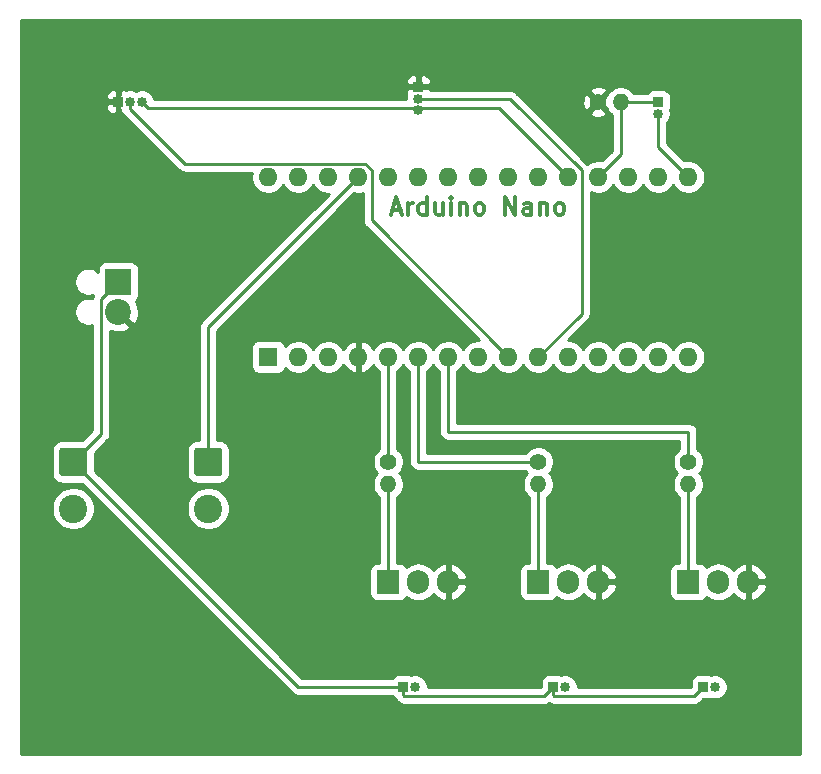
<source format=gbr>
%TF.GenerationSoftware,KiCad,Pcbnew,5.1.12-84ad8e8a86~92~ubuntu18.04.1*%
%TF.CreationDate,2021-12-05T17:17:48+11:00*%
%TF.ProjectId,aquaponics-1,61717561-706f-46e6-9963-732d312e6b69,rev?*%
%TF.SameCoordinates,Original*%
%TF.FileFunction,Copper,L1,Top*%
%TF.FilePolarity,Positive*%
%FSLAX46Y46*%
G04 Gerber Fmt 4.6, Leading zero omitted, Abs format (unit mm)*
G04 Created by KiCad (PCBNEW 5.1.12-84ad8e8a86~92~ubuntu18.04.1) date 2021-12-05 17:17:48*
%MOMM*%
%LPD*%
G01*
G04 APERTURE LIST*
%TA.AperFunction,NonConductor*%
%ADD10C,0.300000*%
%TD*%
%TA.AperFunction,ComponentPad*%
%ADD11O,0.850000X0.850000*%
%TD*%
%TA.AperFunction,ComponentPad*%
%ADD12R,0.850000X0.850000*%
%TD*%
%TA.AperFunction,ComponentPad*%
%ADD13C,2.400000*%
%TD*%
%TA.AperFunction,ComponentPad*%
%ADD14R,2.200000X2.200000*%
%TD*%
%TA.AperFunction,ComponentPad*%
%ADD15C,2.200000*%
%TD*%
%TA.AperFunction,ComponentPad*%
%ADD16R,1.905000X2.000000*%
%TD*%
%TA.AperFunction,ComponentPad*%
%ADD17O,1.905000X2.000000*%
%TD*%
%TA.AperFunction,ComponentPad*%
%ADD18C,1.400000*%
%TD*%
%TA.AperFunction,ComponentPad*%
%ADD19O,1.400000X1.400000*%
%TD*%
%TA.AperFunction,ComponentPad*%
%ADD20R,1.600000X1.600000*%
%TD*%
%TA.AperFunction,ComponentPad*%
%ADD21O,1.600000X1.600000*%
%TD*%
%TA.AperFunction,Conductor*%
%ADD22C,0.250000*%
%TD*%
%TA.AperFunction,Conductor*%
%ADD23C,0.254000*%
%TD*%
%TA.AperFunction,Conductor*%
%ADD24C,0.100000*%
%TD*%
G04 APERTURE END LIST*
D10*
X51134285Y-32000000D02*
X51848571Y-32000000D01*
X50991428Y-32428571D02*
X51491428Y-30928571D01*
X51991428Y-32428571D01*
X52491428Y-32428571D02*
X52491428Y-31428571D01*
X52491428Y-31714285D02*
X52562857Y-31571428D01*
X52634285Y-31500000D01*
X52777142Y-31428571D01*
X52920000Y-31428571D01*
X54062857Y-32428571D02*
X54062857Y-30928571D01*
X54062857Y-32357142D02*
X53920000Y-32428571D01*
X53634285Y-32428571D01*
X53491428Y-32357142D01*
X53420000Y-32285714D01*
X53348571Y-32142857D01*
X53348571Y-31714285D01*
X53420000Y-31571428D01*
X53491428Y-31500000D01*
X53634285Y-31428571D01*
X53920000Y-31428571D01*
X54062857Y-31500000D01*
X55420000Y-31428571D02*
X55420000Y-32428571D01*
X54777142Y-31428571D02*
X54777142Y-32214285D01*
X54848571Y-32357142D01*
X54991428Y-32428571D01*
X55205714Y-32428571D01*
X55348571Y-32357142D01*
X55420000Y-32285714D01*
X56134285Y-32428571D02*
X56134285Y-31428571D01*
X56134285Y-30928571D02*
X56062857Y-31000000D01*
X56134285Y-31071428D01*
X56205714Y-31000000D01*
X56134285Y-30928571D01*
X56134285Y-31071428D01*
X56848571Y-31428571D02*
X56848571Y-32428571D01*
X56848571Y-31571428D02*
X56920000Y-31500000D01*
X57062857Y-31428571D01*
X57277142Y-31428571D01*
X57420000Y-31500000D01*
X57491428Y-31642857D01*
X57491428Y-32428571D01*
X58420000Y-32428571D02*
X58277142Y-32357142D01*
X58205714Y-32285714D01*
X58134285Y-32142857D01*
X58134285Y-31714285D01*
X58205714Y-31571428D01*
X58277142Y-31500000D01*
X58420000Y-31428571D01*
X58634285Y-31428571D01*
X58777142Y-31500000D01*
X58848571Y-31571428D01*
X58920000Y-31714285D01*
X58920000Y-32142857D01*
X58848571Y-32285714D01*
X58777142Y-32357142D01*
X58634285Y-32428571D01*
X58420000Y-32428571D01*
X60705714Y-32428571D02*
X60705714Y-30928571D01*
X61562857Y-32428571D01*
X61562857Y-30928571D01*
X62920000Y-32428571D02*
X62920000Y-31642857D01*
X62848571Y-31500000D01*
X62705714Y-31428571D01*
X62420000Y-31428571D01*
X62277142Y-31500000D01*
X62920000Y-32357142D02*
X62777142Y-32428571D01*
X62420000Y-32428571D01*
X62277142Y-32357142D01*
X62205714Y-32214285D01*
X62205714Y-32071428D01*
X62277142Y-31928571D01*
X62420000Y-31857142D01*
X62777142Y-31857142D01*
X62920000Y-31785714D01*
X63634285Y-31428571D02*
X63634285Y-32428571D01*
X63634285Y-31571428D02*
X63705714Y-31500000D01*
X63848571Y-31428571D01*
X64062857Y-31428571D01*
X64205714Y-31500000D01*
X64277142Y-31642857D01*
X64277142Y-32428571D01*
X65205714Y-32428571D02*
X65062857Y-32357142D01*
X64991428Y-32285714D01*
X64920000Y-32142857D01*
X64920000Y-31714285D01*
X64991428Y-31571428D01*
X65062857Y-31500000D01*
X65205714Y-31428571D01*
X65420000Y-31428571D01*
X65562857Y-31500000D01*
X65634285Y-31571428D01*
X65705714Y-31714285D01*
X65705714Y-32142857D01*
X65634285Y-32285714D01*
X65562857Y-32357142D01*
X65420000Y-32428571D01*
X65205714Y-32428571D01*
D11*
%TO.P,J4,3*%
%TO.N,Net-(J4-Pad3)*%
X53340000Y-23590000D03*
%TO.P,J4,2*%
%TO.N,Net-(J4-Pad2)*%
X53340000Y-22590000D03*
D12*
%TO.P,J4,1*%
%TO.N,GND*%
X53340000Y-21590000D03*
%TD*%
D13*
%TO.P,J5,2*%
%TO.N,N/C*%
X24130000Y-57300000D03*
%TO.P,J5,1*%
%TO.N,Net-(J2-Pad1)*%
%TA.AperFunction,ComponentPad*%
G36*
G01*
X23180000Y-52140000D02*
X25080000Y-52140000D01*
G75*
G02*
X25330000Y-52390000I0J-250000D01*
G01*
X25330000Y-54290000D01*
G75*
G02*
X25080000Y-54540000I-250000J0D01*
G01*
X23180000Y-54540000D01*
G75*
G02*
X22930000Y-54290000I0J250000D01*
G01*
X22930000Y-52390000D01*
G75*
G02*
X23180000Y-52140000I250000J0D01*
G01*
G37*
%TD.AperFunction*%
%TD*%
D11*
%TO.P,J3,3*%
%TO.N,Net-(J3-Pad3)*%
X29940000Y-22860000D03*
%TO.P,J3,2*%
%TO.N,Net-(J3-Pad2)*%
X28940000Y-22860000D03*
D12*
%TO.P,J3,1*%
%TO.N,GND*%
X27940000Y-22860000D03*
%TD*%
%TO.P,J1,1*%
%TO.N,Net-(J1-Pad1)*%
%TA.AperFunction,ComponentPad*%
G36*
G01*
X34610000Y-52140000D02*
X36510000Y-52140000D01*
G75*
G02*
X36760000Y-52390000I0J-250000D01*
G01*
X36760000Y-54290000D01*
G75*
G02*
X36510000Y-54540000I-250000J0D01*
G01*
X34610000Y-54540000D01*
G75*
G02*
X34360000Y-54290000I0J250000D01*
G01*
X34360000Y-52390000D01*
G75*
G02*
X34610000Y-52140000I250000J0D01*
G01*
G37*
%TD.AperFunction*%
D13*
%TO.P,J1,2*%
%TO.N,N/C*%
X35560000Y-57300000D03*
%TD*%
D14*
%TO.P,J2,1*%
%TO.N,Net-(J2-Pad1)*%
X27940000Y-38100000D03*
D15*
%TO.P,J2,2*%
%TO.N,GND*%
X27940000Y-40640000D03*
%TD*%
D11*
%TO.P,M1,2*%
%TO.N,Net-(M1-Pad2)*%
X53070000Y-72390000D03*
D12*
%TO.P,M1,1*%
%TO.N,Net-(J2-Pad1)*%
X52070000Y-72390000D03*
%TD*%
%TO.P,M2,1*%
%TO.N,Net-(J2-Pad1)*%
X77470000Y-72390000D03*
D11*
%TO.P,M2,2*%
%TO.N,Net-(M2-Pad2)*%
X78470000Y-72390000D03*
%TD*%
%TO.P,M3,2*%
%TO.N,Net-(M3-Pad2)*%
X65770000Y-72390000D03*
D12*
%TO.P,M3,1*%
%TO.N,Net-(J2-Pad1)*%
X64770000Y-72390000D03*
%TD*%
D16*
%TO.P,Q1,1*%
%TO.N,Net-(Q1-Pad1)*%
X50800000Y-63500000D03*
D17*
%TO.P,Q1,2*%
%TO.N,Net-(M1-Pad2)*%
X53340000Y-63500000D03*
%TO.P,Q1,3*%
%TO.N,GND*%
X55880000Y-63500000D03*
%TD*%
D16*
%TO.P,Q2,1*%
%TO.N,Net-(Q2-Pad1)*%
X76200000Y-63500000D03*
D17*
%TO.P,Q2,2*%
%TO.N,Net-(M2-Pad2)*%
X78740000Y-63500000D03*
%TO.P,Q2,3*%
%TO.N,GND*%
X81280000Y-63500000D03*
%TD*%
%TO.P,Q3,3*%
%TO.N,GND*%
X68580000Y-63500000D03*
%TO.P,Q3,2*%
%TO.N,Net-(M3-Pad2)*%
X66040000Y-63500000D03*
D16*
%TO.P,Q3,1*%
%TO.N,Net-(Q3-Pad1)*%
X63500000Y-63500000D03*
%TD*%
D12*
%TO.P,R1,1*%
%TO.N,Net-(R1-Pad1)*%
X73660000Y-22860000D03*
D11*
%TO.P,R1,2*%
%TO.N,Net-(R1-Pad2)*%
X73660000Y-23860000D03*
%TD*%
D18*
%TO.P,R2,1*%
%TO.N,Net-(R2-Pad1)*%
X76200000Y-53340000D03*
D19*
%TO.P,R2,2*%
%TO.N,Net-(Q2-Pad1)*%
X76200000Y-55240000D03*
%TD*%
D18*
%TO.P,R3,1*%
%TO.N,GND*%
X68580000Y-22860000D03*
D19*
%TO.P,R3,2*%
%TO.N,Net-(R1-Pad1)*%
X70480000Y-22860000D03*
%TD*%
%TO.P,R4,2*%
%TO.N,Net-(Q1-Pad1)*%
X50800000Y-55240000D03*
D18*
%TO.P,R4,1*%
%TO.N,Net-(R4-Pad1)*%
X50800000Y-53340000D03*
%TD*%
D19*
%TO.P,R5,2*%
%TO.N,Net-(Q3-Pad1)*%
X63500000Y-55240000D03*
D18*
%TO.P,R5,1*%
%TO.N,Net-(R5-Pad1)*%
X63500000Y-53340000D03*
%TD*%
D20*
%TO.P,U1,1*%
%TO.N,N/C*%
X40640000Y-44450000D03*
D21*
%TO.P,U1,17*%
X73660000Y-29210000D03*
%TO.P,U1,2*%
X43180000Y-44450000D03*
%TO.P,U1,18*%
X71120000Y-29210000D03*
%TO.P,U1,3*%
X45720000Y-44450000D03*
%TO.P,U1,19*%
%TO.N,Net-(R1-Pad1)*%
X68580000Y-29210000D03*
%TO.P,U1,4*%
%TO.N,GND*%
X48260000Y-44450000D03*
%TO.P,U1,20*%
%TO.N,Net-(J3-Pad3)*%
X66040000Y-29210000D03*
%TO.P,U1,5*%
%TO.N,Net-(R4-Pad1)*%
X50800000Y-44450000D03*
%TO.P,U1,21*%
%TO.N,Net-(J4-Pad3)*%
X63500000Y-29210000D03*
%TO.P,U1,6*%
%TO.N,Net-(R5-Pad1)*%
X53340000Y-44450000D03*
%TO.P,U1,22*%
%TO.N,N/C*%
X60960000Y-29210000D03*
%TO.P,U1,7*%
%TO.N,Net-(R2-Pad1)*%
X55880000Y-44450000D03*
%TO.P,U1,23*%
%TO.N,N/C*%
X58420000Y-29210000D03*
%TO.P,U1,8*%
X58420000Y-44450000D03*
%TO.P,U1,24*%
X55880000Y-29210000D03*
%TO.P,U1,9*%
%TO.N,Net-(J3-Pad2)*%
X60960000Y-44450000D03*
%TO.P,U1,25*%
%TO.N,N/C*%
X53340000Y-29210000D03*
%TO.P,U1,10*%
%TO.N,Net-(J4-Pad2)*%
X63500000Y-44450000D03*
%TO.P,U1,26*%
%TO.N,N/C*%
X50800000Y-29210000D03*
%TO.P,U1,11*%
X66040000Y-44450000D03*
%TO.P,U1,27*%
%TO.N,Net-(J1-Pad1)*%
X48260000Y-29210000D03*
%TO.P,U1,12*%
%TO.N,N/C*%
X68580000Y-44450000D03*
%TO.P,U1,28*%
X45720000Y-29210000D03*
%TO.P,U1,13*%
X71120000Y-44450000D03*
%TO.P,U1,29*%
X43180000Y-29210000D03*
%TO.P,U1,14*%
X73660000Y-44450000D03*
%TO.P,U1,30*%
X40640000Y-29210000D03*
%TO.P,U1,15*%
X76200000Y-44450000D03*
%TO.P,U1,16*%
%TO.N,Net-(R1-Pad2)*%
X76200000Y-29210000D03*
%TD*%
D22*
%TO.N,Net-(J1-Pad1)*%
X35560000Y-41910000D02*
X48260000Y-29210000D01*
X35560000Y-53340000D02*
X35560000Y-41910000D01*
%TO.N,Net-(J2-Pad1)*%
X43180000Y-72390000D02*
X24130000Y-53340000D01*
X52070000Y-72390000D02*
X43180000Y-72390000D01*
X26514999Y-39525001D02*
X26514999Y-50955001D01*
X26514999Y-50955001D02*
X24130000Y-53340000D01*
X27940000Y-38100000D02*
X26514999Y-39525001D01*
X64019999Y-73140001D02*
X64770000Y-72390000D01*
X52145001Y-73140001D02*
X64019999Y-73140001D01*
X52070000Y-73065000D02*
X52145001Y-73140001D01*
X52070000Y-72390000D02*
X52070000Y-73065000D01*
X76719999Y-73140001D02*
X77470000Y-72390000D01*
X64845001Y-73140001D02*
X76719999Y-73140001D01*
X64770000Y-73065000D02*
X64845001Y-73140001D01*
X64770000Y-72390000D02*
X64770000Y-73065000D01*
%TO.N,Net-(J3-Pad2)*%
X49385001Y-32875001D02*
X60960000Y-44450000D01*
X49385001Y-28669999D02*
X49385001Y-32875001D01*
X48800001Y-28084999D02*
X49385001Y-28669999D01*
X33563959Y-28084999D02*
X48800001Y-28084999D01*
X28940000Y-23461040D02*
X33563959Y-28084999D01*
X28940000Y-22860000D02*
X28940000Y-23461040D01*
%TO.N,Net-(J3-Pad3)*%
X60170001Y-23340001D02*
X66040000Y-29210000D01*
X30420001Y-23340001D02*
X60170001Y-23340001D01*
X29940000Y-22860000D02*
X30420001Y-23340001D01*
%TO.N,Net-(J4-Pad2)*%
X67165001Y-40784999D02*
X63500000Y-44450000D01*
X67165001Y-28669999D02*
X67165001Y-40784999D01*
X61085002Y-22590000D02*
X67165001Y-28669999D01*
X53340000Y-22590000D02*
X61085002Y-22590000D01*
%TO.N,Net-(Q1-Pad1)*%
X50800000Y-55240000D02*
X50800000Y-54610000D01*
X50800000Y-54610000D02*
X50800000Y-63500000D01*
%TO.N,Net-(Q2-Pad1)*%
X76200000Y-55240000D02*
X76200000Y-63500000D01*
%TO.N,Net-(Q3-Pad1)*%
X63500000Y-55240000D02*
X63500000Y-63500000D01*
%TO.N,Net-(R1-Pad1)*%
X73660000Y-22860000D02*
X70480000Y-22860000D01*
X70480000Y-27310000D02*
X68580000Y-29210000D01*
X70480000Y-22860000D02*
X70480000Y-27310000D01*
%TO.N,Net-(R1-Pad2)*%
X73660000Y-26670000D02*
X76200000Y-29210000D01*
X73660000Y-23860000D02*
X73660000Y-26670000D01*
%TO.N,Net-(R2-Pad1)*%
X55880000Y-44450000D02*
X55880000Y-50800000D01*
X55880000Y-50800000D02*
X76200000Y-50800000D01*
X76200000Y-50800000D02*
X76200000Y-53340000D01*
%TO.N,Net-(R4-Pad1)*%
X50800000Y-53340000D02*
X50800000Y-44450000D01*
%TO.N,Net-(R5-Pad1)*%
X63500000Y-53340000D02*
X53340000Y-53340000D01*
X53340000Y-53340000D02*
X53340000Y-44450000D01*
%TD*%
D23*
%TO.N,GND*%
X85700001Y-78080000D02*
X19710000Y-78080000D01*
X19710000Y-57119268D01*
X22295000Y-57119268D01*
X22295000Y-57480732D01*
X22365518Y-57835250D01*
X22503844Y-58169199D01*
X22704662Y-58469744D01*
X22960256Y-58725338D01*
X23260801Y-58926156D01*
X23594750Y-59064482D01*
X23949268Y-59135000D01*
X24310732Y-59135000D01*
X24665250Y-59064482D01*
X24999199Y-58926156D01*
X25299744Y-58725338D01*
X25555338Y-58469744D01*
X25756156Y-58169199D01*
X25894482Y-57835250D01*
X25965000Y-57480732D01*
X25965000Y-57119268D01*
X25894482Y-56764750D01*
X25756156Y-56430801D01*
X25555338Y-56130256D01*
X25299744Y-55874662D01*
X24999199Y-55673844D01*
X24665250Y-55535518D01*
X24310732Y-55465000D01*
X23949268Y-55465000D01*
X23594750Y-55535518D01*
X23260801Y-55673844D01*
X22960256Y-55874662D01*
X22704662Y-56130256D01*
X22503844Y-56430801D01*
X22365518Y-56764750D01*
X22295000Y-57119268D01*
X19710000Y-57119268D01*
X19710000Y-52390000D01*
X22291928Y-52390000D01*
X22291928Y-54290000D01*
X22308992Y-54463254D01*
X22359528Y-54629850D01*
X22441595Y-54783386D01*
X22552038Y-54917962D01*
X22686614Y-55028405D01*
X22840150Y-55110472D01*
X23006746Y-55161008D01*
X23180000Y-55178072D01*
X24893271Y-55178072D01*
X42616201Y-72901003D01*
X42639999Y-72930001D01*
X42755724Y-73024974D01*
X42887753Y-73095546D01*
X43031014Y-73139003D01*
X43142667Y-73150000D01*
X43142676Y-73150000D01*
X43179999Y-73153676D01*
X43217322Y-73150000D01*
X51104043Y-73150000D01*
X51114463Y-73169494D01*
X51193815Y-73266185D01*
X51290506Y-73345537D01*
X51385270Y-73396190D01*
X51435026Y-73489276D01*
X51506201Y-73576002D01*
X51530000Y-73605001D01*
X51558996Y-73628797D01*
X51581200Y-73651002D01*
X51605000Y-73680002D01*
X51720725Y-73774975D01*
X51852754Y-73845547D01*
X51996015Y-73889004D01*
X52107668Y-73900001D01*
X52107678Y-73900001D01*
X52145000Y-73903677D01*
X52182323Y-73900001D01*
X63982677Y-73900001D01*
X64019999Y-73903677D01*
X64057321Y-73900001D01*
X64057332Y-73900001D01*
X64168985Y-73889004D01*
X64312246Y-73845547D01*
X64432500Y-73781269D01*
X64552754Y-73845547D01*
X64696015Y-73889004D01*
X64807668Y-73900001D01*
X64807678Y-73900001D01*
X64845000Y-73903677D01*
X64882323Y-73900001D01*
X76682677Y-73900001D01*
X76719999Y-73903677D01*
X76757321Y-73900001D01*
X76757332Y-73900001D01*
X76868985Y-73889004D01*
X77012246Y-73845547D01*
X77144275Y-73774975D01*
X77260000Y-73680002D01*
X77283802Y-73650999D01*
X77481729Y-73453072D01*
X77895000Y-73453072D01*
X78019482Y-73440812D01*
X78139180Y-73404502D01*
X78143603Y-73402138D01*
X78160809Y-73409265D01*
X78365599Y-73450000D01*
X78574401Y-73450000D01*
X78779191Y-73409265D01*
X78972098Y-73329360D01*
X79145711Y-73213356D01*
X79293356Y-73065711D01*
X79409360Y-72892098D01*
X79489265Y-72699191D01*
X79530000Y-72494401D01*
X79530000Y-72285599D01*
X79489265Y-72080809D01*
X79409360Y-71887902D01*
X79293356Y-71714289D01*
X79145711Y-71566644D01*
X78972098Y-71450640D01*
X78779191Y-71370735D01*
X78574401Y-71330000D01*
X78365599Y-71330000D01*
X78160809Y-71370735D01*
X78143603Y-71377862D01*
X78139180Y-71375498D01*
X78019482Y-71339188D01*
X77895000Y-71326928D01*
X77045000Y-71326928D01*
X76920518Y-71339188D01*
X76800820Y-71375498D01*
X76690506Y-71434463D01*
X76593815Y-71513815D01*
X76514463Y-71610506D01*
X76455498Y-71720820D01*
X76419188Y-71840518D01*
X76406928Y-71965000D01*
X76406928Y-72378271D01*
X76405198Y-72380001D01*
X66830000Y-72380001D01*
X66830000Y-72285599D01*
X66789265Y-72080809D01*
X66709360Y-71887902D01*
X66593356Y-71714289D01*
X66445711Y-71566644D01*
X66272098Y-71450640D01*
X66079191Y-71370735D01*
X65874401Y-71330000D01*
X65665599Y-71330000D01*
X65460809Y-71370735D01*
X65443603Y-71377862D01*
X65439180Y-71375498D01*
X65319482Y-71339188D01*
X65195000Y-71326928D01*
X64345000Y-71326928D01*
X64220518Y-71339188D01*
X64100820Y-71375498D01*
X63990506Y-71434463D01*
X63893815Y-71513815D01*
X63814463Y-71610506D01*
X63755498Y-71720820D01*
X63719188Y-71840518D01*
X63706928Y-71965000D01*
X63706928Y-72378271D01*
X63705198Y-72380001D01*
X54130000Y-72380001D01*
X54130000Y-72285599D01*
X54089265Y-72080809D01*
X54009360Y-71887902D01*
X53893356Y-71714289D01*
X53745711Y-71566644D01*
X53572098Y-71450640D01*
X53379191Y-71370735D01*
X53174401Y-71330000D01*
X52965599Y-71330000D01*
X52760809Y-71370735D01*
X52743603Y-71377862D01*
X52739180Y-71375498D01*
X52619482Y-71339188D01*
X52495000Y-71326928D01*
X51645000Y-71326928D01*
X51520518Y-71339188D01*
X51400820Y-71375498D01*
X51290506Y-71434463D01*
X51193815Y-71513815D01*
X51114463Y-71610506D01*
X51104043Y-71630000D01*
X43494802Y-71630000D01*
X28984070Y-57119268D01*
X33725000Y-57119268D01*
X33725000Y-57480732D01*
X33795518Y-57835250D01*
X33933844Y-58169199D01*
X34134662Y-58469744D01*
X34390256Y-58725338D01*
X34690801Y-58926156D01*
X35024750Y-59064482D01*
X35379268Y-59135000D01*
X35740732Y-59135000D01*
X36095250Y-59064482D01*
X36429199Y-58926156D01*
X36729744Y-58725338D01*
X36985338Y-58469744D01*
X37186156Y-58169199D01*
X37324482Y-57835250D01*
X37395000Y-57480732D01*
X37395000Y-57119268D01*
X37324482Y-56764750D01*
X37186156Y-56430801D01*
X36985338Y-56130256D01*
X36729744Y-55874662D01*
X36429199Y-55673844D01*
X36095250Y-55535518D01*
X35740732Y-55465000D01*
X35379268Y-55465000D01*
X35024750Y-55535518D01*
X34690801Y-55673844D01*
X34390256Y-55874662D01*
X34134662Y-56130256D01*
X33933844Y-56430801D01*
X33795518Y-56764750D01*
X33725000Y-57119268D01*
X28984070Y-57119268D01*
X25968072Y-54103271D01*
X25968072Y-52576730D01*
X27026002Y-51518800D01*
X27055000Y-51495002D01*
X27104264Y-51434974D01*
X27149973Y-51379278D01*
X27220545Y-51247248D01*
X27227513Y-51224276D01*
X27264002Y-51103987D01*
X27274999Y-50992334D01*
X27274999Y-50992324D01*
X27278675Y-50955001D01*
X27274999Y-50917678D01*
X27274999Y-42246442D01*
X27327384Y-42272216D01*
X27657585Y-42360369D01*
X27998639Y-42382409D01*
X28337439Y-42337489D01*
X28660966Y-42227336D01*
X28859274Y-42121338D01*
X28967107Y-41846712D01*
X27940000Y-40819605D01*
X27925858Y-40833748D01*
X27746253Y-40654143D01*
X27760395Y-40640000D01*
X27746253Y-40625858D01*
X27925858Y-40446253D01*
X27940000Y-40460395D01*
X27954143Y-40446253D01*
X28133748Y-40625858D01*
X28119605Y-40640000D01*
X29146712Y-41667107D01*
X29421338Y-41559274D01*
X29572216Y-41252616D01*
X29660369Y-40922415D01*
X29682409Y-40581361D01*
X29637489Y-40242561D01*
X29527336Y-39919034D01*
X29421338Y-39720726D01*
X29411267Y-39716772D01*
X29491185Y-39651185D01*
X29570537Y-39554494D01*
X29629502Y-39444180D01*
X29665812Y-39324482D01*
X29678072Y-39200000D01*
X29678072Y-37000000D01*
X29665812Y-36875518D01*
X29629502Y-36755820D01*
X29570537Y-36645506D01*
X29491185Y-36548815D01*
X29394494Y-36469463D01*
X29284180Y-36410498D01*
X29164482Y-36374188D01*
X29040000Y-36361928D01*
X26840000Y-36361928D01*
X26715518Y-36374188D01*
X26595820Y-36410498D01*
X26485506Y-36469463D01*
X26388815Y-36548815D01*
X26309463Y-36645506D01*
X26250498Y-36755820D01*
X26214188Y-36875518D01*
X26201928Y-37000000D01*
X26201928Y-37226084D01*
X26155394Y-37179550D01*
X25961308Y-37049866D01*
X25745652Y-36960539D01*
X25516712Y-36915000D01*
X25283288Y-36915000D01*
X25054348Y-36960539D01*
X24838692Y-37049866D01*
X24644606Y-37179550D01*
X24479550Y-37344606D01*
X24349866Y-37538692D01*
X24260539Y-37754348D01*
X24215000Y-37983288D01*
X24215000Y-38216712D01*
X24260539Y-38445652D01*
X24349866Y-38661308D01*
X24479550Y-38855394D01*
X24644606Y-39020450D01*
X24838692Y-39150134D01*
X25054348Y-39239461D01*
X25283288Y-39285000D01*
X25516712Y-39285000D01*
X25745652Y-39239461D01*
X25822992Y-39207426D01*
X25809453Y-39232755D01*
X25765996Y-39376016D01*
X25754999Y-39487669D01*
X25754999Y-39487679D01*
X25753416Y-39503755D01*
X25745652Y-39500539D01*
X25516712Y-39455000D01*
X25283288Y-39455000D01*
X25054348Y-39500539D01*
X24838692Y-39589866D01*
X24644606Y-39719550D01*
X24479550Y-39884606D01*
X24349866Y-40078692D01*
X24260539Y-40294348D01*
X24215000Y-40523288D01*
X24215000Y-40756712D01*
X24260539Y-40985652D01*
X24349866Y-41201308D01*
X24479550Y-41395394D01*
X24644606Y-41560450D01*
X24838692Y-41690134D01*
X25054348Y-41779461D01*
X25283288Y-41825000D01*
X25516712Y-41825000D01*
X25745652Y-41779461D01*
X25754999Y-41775589D01*
X25755000Y-50640198D01*
X24893270Y-51501928D01*
X23180000Y-51501928D01*
X23006746Y-51518992D01*
X22840150Y-51569528D01*
X22686614Y-51651595D01*
X22552038Y-51762038D01*
X22441595Y-51896614D01*
X22359528Y-52050150D01*
X22308992Y-52216746D01*
X22291928Y-52390000D01*
X19710000Y-52390000D01*
X19710000Y-23285000D01*
X26876928Y-23285000D01*
X26889188Y-23409482D01*
X26925498Y-23529180D01*
X26984463Y-23639494D01*
X27063815Y-23736185D01*
X27160506Y-23815537D01*
X27270820Y-23874502D01*
X27390518Y-23910812D01*
X27515000Y-23923072D01*
X27654250Y-23920000D01*
X27813000Y-23761250D01*
X27813000Y-22987000D01*
X27038750Y-22987000D01*
X26880000Y-23145750D01*
X26876928Y-23285000D01*
X19710000Y-23285000D01*
X19710000Y-22755599D01*
X27880000Y-22755599D01*
X27880000Y-22964401D01*
X27920735Y-23169191D01*
X28000640Y-23362098D01*
X28067000Y-23461413D01*
X28067000Y-23761250D01*
X28225750Y-23920000D01*
X28335477Y-23922421D01*
X28369930Y-23964401D01*
X28400000Y-24001041D01*
X28428998Y-24024839D01*
X33000159Y-28596001D01*
X33023958Y-28625000D01*
X33052956Y-28648798D01*
X33139683Y-28719973D01*
X33271712Y-28790545D01*
X33414973Y-28834002D01*
X33563959Y-28848676D01*
X33601292Y-28844999D01*
X39249491Y-28844999D01*
X39205000Y-29068665D01*
X39205000Y-29351335D01*
X39260147Y-29628574D01*
X39368320Y-29889727D01*
X39525363Y-30124759D01*
X39725241Y-30324637D01*
X39960273Y-30481680D01*
X40221426Y-30589853D01*
X40498665Y-30645000D01*
X40781335Y-30645000D01*
X41058574Y-30589853D01*
X41319727Y-30481680D01*
X41554759Y-30324637D01*
X41754637Y-30124759D01*
X41910000Y-29892241D01*
X42065363Y-30124759D01*
X42265241Y-30324637D01*
X42500273Y-30481680D01*
X42761426Y-30589853D01*
X43038665Y-30645000D01*
X43321335Y-30645000D01*
X43598574Y-30589853D01*
X43859727Y-30481680D01*
X44094759Y-30324637D01*
X44294637Y-30124759D01*
X44450000Y-29892241D01*
X44605363Y-30124759D01*
X44805241Y-30324637D01*
X45040273Y-30481680D01*
X45301426Y-30589853D01*
X45578665Y-30645000D01*
X45750198Y-30645000D01*
X35048998Y-41346201D01*
X35020000Y-41369999D01*
X34996202Y-41398997D01*
X34996201Y-41398998D01*
X34925026Y-41485724D01*
X34854454Y-41617754D01*
X34810998Y-41761015D01*
X34796324Y-41910000D01*
X34800001Y-41947332D01*
X34800000Y-51501928D01*
X34610000Y-51501928D01*
X34436746Y-51518992D01*
X34270150Y-51569528D01*
X34116614Y-51651595D01*
X33982038Y-51762038D01*
X33871595Y-51896614D01*
X33789528Y-52050150D01*
X33738992Y-52216746D01*
X33721928Y-52390000D01*
X33721928Y-54290000D01*
X33738992Y-54463254D01*
X33789528Y-54629850D01*
X33871595Y-54783386D01*
X33982038Y-54917962D01*
X34116614Y-55028405D01*
X34270150Y-55110472D01*
X34436746Y-55161008D01*
X34610000Y-55178072D01*
X36510000Y-55178072D01*
X36683254Y-55161008D01*
X36849850Y-55110472D01*
X37003386Y-55028405D01*
X37137962Y-54917962D01*
X37248405Y-54783386D01*
X37330472Y-54629850D01*
X37381008Y-54463254D01*
X37398072Y-54290000D01*
X37398072Y-52390000D01*
X37381008Y-52216746D01*
X37330472Y-52050150D01*
X37248405Y-51896614D01*
X37137962Y-51762038D01*
X37003386Y-51651595D01*
X36849850Y-51569528D01*
X36683254Y-51518992D01*
X36510000Y-51501928D01*
X36320000Y-51501928D01*
X36320000Y-43650000D01*
X39201928Y-43650000D01*
X39201928Y-45250000D01*
X39214188Y-45374482D01*
X39250498Y-45494180D01*
X39309463Y-45604494D01*
X39388815Y-45701185D01*
X39485506Y-45780537D01*
X39595820Y-45839502D01*
X39715518Y-45875812D01*
X39840000Y-45888072D01*
X41440000Y-45888072D01*
X41564482Y-45875812D01*
X41684180Y-45839502D01*
X41794494Y-45780537D01*
X41891185Y-45701185D01*
X41970537Y-45604494D01*
X42029502Y-45494180D01*
X42065812Y-45374482D01*
X42066643Y-45366039D01*
X42265241Y-45564637D01*
X42500273Y-45721680D01*
X42761426Y-45829853D01*
X43038665Y-45885000D01*
X43321335Y-45885000D01*
X43598574Y-45829853D01*
X43859727Y-45721680D01*
X44094759Y-45564637D01*
X44294637Y-45364759D01*
X44450000Y-45132241D01*
X44605363Y-45364759D01*
X44805241Y-45564637D01*
X45040273Y-45721680D01*
X45301426Y-45829853D01*
X45578665Y-45885000D01*
X45861335Y-45885000D01*
X46138574Y-45829853D01*
X46399727Y-45721680D01*
X46634759Y-45564637D01*
X46834637Y-45364759D01*
X46991680Y-45129727D01*
X46996067Y-45119135D01*
X47107615Y-45305131D01*
X47296586Y-45513519D01*
X47522580Y-45681037D01*
X47776913Y-45801246D01*
X47910961Y-45841904D01*
X48133000Y-45719915D01*
X48133000Y-44577000D01*
X48113000Y-44577000D01*
X48113000Y-44323000D01*
X48133000Y-44323000D01*
X48133000Y-43180085D01*
X47910961Y-43058096D01*
X47776913Y-43098754D01*
X47522580Y-43218963D01*
X47296586Y-43386481D01*
X47107615Y-43594869D01*
X46996067Y-43780865D01*
X46991680Y-43770273D01*
X46834637Y-43535241D01*
X46634759Y-43335363D01*
X46399727Y-43178320D01*
X46138574Y-43070147D01*
X45861335Y-43015000D01*
X45578665Y-43015000D01*
X45301426Y-43070147D01*
X45040273Y-43178320D01*
X44805241Y-43335363D01*
X44605363Y-43535241D01*
X44450000Y-43767759D01*
X44294637Y-43535241D01*
X44094759Y-43335363D01*
X43859727Y-43178320D01*
X43598574Y-43070147D01*
X43321335Y-43015000D01*
X43038665Y-43015000D01*
X42761426Y-43070147D01*
X42500273Y-43178320D01*
X42265241Y-43335363D01*
X42066643Y-43533961D01*
X42065812Y-43525518D01*
X42029502Y-43405820D01*
X41970537Y-43295506D01*
X41891185Y-43198815D01*
X41794494Y-43119463D01*
X41684180Y-43060498D01*
X41564482Y-43024188D01*
X41440000Y-43011928D01*
X39840000Y-43011928D01*
X39715518Y-43024188D01*
X39595820Y-43060498D01*
X39485506Y-43119463D01*
X39388815Y-43198815D01*
X39309463Y-43295506D01*
X39250498Y-43405820D01*
X39214188Y-43525518D01*
X39201928Y-43650000D01*
X36320000Y-43650000D01*
X36320000Y-42224801D01*
X47936114Y-30608688D01*
X48118665Y-30645000D01*
X48401335Y-30645000D01*
X48625001Y-30600509D01*
X48625002Y-32837669D01*
X48621325Y-32875001D01*
X48635999Y-33023986D01*
X48679455Y-33167247D01*
X48750027Y-33299277D01*
X48821202Y-33386003D01*
X48845001Y-33415002D01*
X48873999Y-33438800D01*
X58450198Y-43015000D01*
X58278665Y-43015000D01*
X58001426Y-43070147D01*
X57740273Y-43178320D01*
X57505241Y-43335363D01*
X57305363Y-43535241D01*
X57150000Y-43767759D01*
X56994637Y-43535241D01*
X56794759Y-43335363D01*
X56559727Y-43178320D01*
X56298574Y-43070147D01*
X56021335Y-43015000D01*
X55738665Y-43015000D01*
X55461426Y-43070147D01*
X55200273Y-43178320D01*
X54965241Y-43335363D01*
X54765363Y-43535241D01*
X54610000Y-43767759D01*
X54454637Y-43535241D01*
X54254759Y-43335363D01*
X54019727Y-43178320D01*
X53758574Y-43070147D01*
X53481335Y-43015000D01*
X53198665Y-43015000D01*
X52921426Y-43070147D01*
X52660273Y-43178320D01*
X52425241Y-43335363D01*
X52225363Y-43535241D01*
X52070000Y-43767759D01*
X51914637Y-43535241D01*
X51714759Y-43335363D01*
X51479727Y-43178320D01*
X51218574Y-43070147D01*
X50941335Y-43015000D01*
X50658665Y-43015000D01*
X50381426Y-43070147D01*
X50120273Y-43178320D01*
X49885241Y-43335363D01*
X49685363Y-43535241D01*
X49528320Y-43770273D01*
X49523933Y-43780865D01*
X49412385Y-43594869D01*
X49223414Y-43386481D01*
X48997420Y-43218963D01*
X48743087Y-43098754D01*
X48609039Y-43058096D01*
X48387000Y-43180085D01*
X48387000Y-44323000D01*
X48407000Y-44323000D01*
X48407000Y-44577000D01*
X48387000Y-44577000D01*
X48387000Y-45719915D01*
X48609039Y-45841904D01*
X48743087Y-45801246D01*
X48997420Y-45681037D01*
X49223414Y-45513519D01*
X49412385Y-45305131D01*
X49523933Y-45119135D01*
X49528320Y-45129727D01*
X49685363Y-45364759D01*
X49885241Y-45564637D01*
X50040001Y-45668044D01*
X50040000Y-52242225D01*
X49948987Y-52303038D01*
X49763038Y-52488987D01*
X49616939Y-52707641D01*
X49516304Y-52950595D01*
X49465000Y-53208514D01*
X49465000Y-53471486D01*
X49516304Y-53729405D01*
X49616939Y-53972359D01*
X49763038Y-54191013D01*
X49862025Y-54290000D01*
X49763038Y-54388987D01*
X49616939Y-54607641D01*
X49516304Y-54850595D01*
X49465000Y-55108514D01*
X49465000Y-55371486D01*
X49516304Y-55629405D01*
X49616939Y-55872359D01*
X49763038Y-56091013D01*
X49948987Y-56276962D01*
X50040000Y-56337775D01*
X50040001Y-61861928D01*
X49847500Y-61861928D01*
X49723018Y-61874188D01*
X49603320Y-61910498D01*
X49493006Y-61969463D01*
X49396315Y-62048815D01*
X49316963Y-62145506D01*
X49257998Y-62255820D01*
X49221688Y-62375518D01*
X49209428Y-62500000D01*
X49209428Y-64500000D01*
X49221688Y-64624482D01*
X49257998Y-64744180D01*
X49316963Y-64854494D01*
X49396315Y-64951185D01*
X49493006Y-65030537D01*
X49603320Y-65089502D01*
X49723018Y-65125812D01*
X49847500Y-65138072D01*
X51752500Y-65138072D01*
X51876982Y-65125812D01*
X51996680Y-65089502D01*
X52106994Y-65030537D01*
X52203685Y-64951185D01*
X52283037Y-64854494D01*
X52327905Y-64770553D01*
X52453766Y-64873845D01*
X52729552Y-65021255D01*
X53028797Y-65112030D01*
X53340000Y-65142681D01*
X53651204Y-65112030D01*
X53950449Y-65021255D01*
X54226235Y-64873845D01*
X54467963Y-64675463D01*
X54615162Y-64496100D01*
X54770563Y-64681315D01*
X55013077Y-64875969D01*
X55288906Y-65019571D01*
X55507020Y-65090563D01*
X55753000Y-64970594D01*
X55753000Y-63627000D01*
X56007000Y-63627000D01*
X56007000Y-64970594D01*
X56252980Y-65090563D01*
X56471094Y-65019571D01*
X56746923Y-64875969D01*
X56989437Y-64681315D01*
X57189316Y-64443089D01*
X57338879Y-64170446D01*
X57432378Y-63873863D01*
X57305570Y-63627000D01*
X56007000Y-63627000D01*
X55753000Y-63627000D01*
X55733000Y-63627000D01*
X55733000Y-63373000D01*
X55753000Y-63373000D01*
X55753000Y-62029406D01*
X56007000Y-62029406D01*
X56007000Y-63373000D01*
X57305570Y-63373000D01*
X57432378Y-63126137D01*
X57338879Y-62829554D01*
X57189316Y-62556911D01*
X56989437Y-62318685D01*
X56746923Y-62124031D01*
X56471094Y-61980429D01*
X56252980Y-61909437D01*
X56007000Y-62029406D01*
X55753000Y-62029406D01*
X55507020Y-61909437D01*
X55288906Y-61980429D01*
X55013077Y-62124031D01*
X54770563Y-62318685D01*
X54615163Y-62503899D01*
X54467963Y-62324537D01*
X54226234Y-62126155D01*
X53950448Y-61978745D01*
X53651203Y-61887970D01*
X53340000Y-61857319D01*
X53028796Y-61887970D01*
X52729551Y-61978745D01*
X52453765Y-62126155D01*
X52327905Y-62229446D01*
X52283037Y-62145506D01*
X52203685Y-62048815D01*
X52106994Y-61969463D01*
X51996680Y-61910498D01*
X51876982Y-61874188D01*
X51752500Y-61861928D01*
X51560000Y-61861928D01*
X51560000Y-56337775D01*
X51651013Y-56276962D01*
X51836962Y-56091013D01*
X51983061Y-55872359D01*
X52083696Y-55629405D01*
X52135000Y-55371486D01*
X52135000Y-55108514D01*
X52083696Y-54850595D01*
X51983061Y-54607641D01*
X51836962Y-54388987D01*
X51737975Y-54290000D01*
X51836962Y-54191013D01*
X51983061Y-53972359D01*
X52083696Y-53729405D01*
X52135000Y-53471486D01*
X52135000Y-53208514D01*
X52083696Y-52950595D01*
X51983061Y-52707641D01*
X51836962Y-52488987D01*
X51651013Y-52303038D01*
X51560000Y-52242225D01*
X51560000Y-45668043D01*
X51714759Y-45564637D01*
X51914637Y-45364759D01*
X52070000Y-45132241D01*
X52225363Y-45364759D01*
X52425241Y-45564637D01*
X52580001Y-45668044D01*
X52580000Y-53302667D01*
X52576323Y-53340000D01*
X52590997Y-53488986D01*
X52634454Y-53632247D01*
X52705026Y-53764276D01*
X52772360Y-53846323D01*
X52799999Y-53880001D01*
X52915724Y-53974974D01*
X53047753Y-54045546D01*
X53191014Y-54089003D01*
X53340000Y-54103677D01*
X53377333Y-54100000D01*
X62402225Y-54100000D01*
X62463038Y-54191013D01*
X62562025Y-54290000D01*
X62463038Y-54388987D01*
X62316939Y-54607641D01*
X62216304Y-54850595D01*
X62165000Y-55108514D01*
X62165000Y-55371486D01*
X62216304Y-55629405D01*
X62316939Y-55872359D01*
X62463038Y-56091013D01*
X62648987Y-56276962D01*
X62740000Y-56337775D01*
X62740001Y-61861928D01*
X62547500Y-61861928D01*
X62423018Y-61874188D01*
X62303320Y-61910498D01*
X62193006Y-61969463D01*
X62096315Y-62048815D01*
X62016963Y-62145506D01*
X61957998Y-62255820D01*
X61921688Y-62375518D01*
X61909428Y-62500000D01*
X61909428Y-64500000D01*
X61921688Y-64624482D01*
X61957998Y-64744180D01*
X62016963Y-64854494D01*
X62096315Y-64951185D01*
X62193006Y-65030537D01*
X62303320Y-65089502D01*
X62423018Y-65125812D01*
X62547500Y-65138072D01*
X64452500Y-65138072D01*
X64576982Y-65125812D01*
X64696680Y-65089502D01*
X64806994Y-65030537D01*
X64903685Y-64951185D01*
X64983037Y-64854494D01*
X65027905Y-64770553D01*
X65153766Y-64873845D01*
X65429552Y-65021255D01*
X65728797Y-65112030D01*
X66040000Y-65142681D01*
X66351204Y-65112030D01*
X66650449Y-65021255D01*
X66926235Y-64873845D01*
X67167963Y-64675463D01*
X67315162Y-64496100D01*
X67470563Y-64681315D01*
X67713077Y-64875969D01*
X67988906Y-65019571D01*
X68207020Y-65090563D01*
X68453000Y-64970594D01*
X68453000Y-63627000D01*
X68707000Y-63627000D01*
X68707000Y-64970594D01*
X68952980Y-65090563D01*
X69171094Y-65019571D01*
X69446923Y-64875969D01*
X69689437Y-64681315D01*
X69889316Y-64443089D01*
X70038879Y-64170446D01*
X70132378Y-63873863D01*
X70005570Y-63627000D01*
X68707000Y-63627000D01*
X68453000Y-63627000D01*
X68433000Y-63627000D01*
X68433000Y-63373000D01*
X68453000Y-63373000D01*
X68453000Y-62029406D01*
X68707000Y-62029406D01*
X68707000Y-63373000D01*
X70005570Y-63373000D01*
X70132378Y-63126137D01*
X70038879Y-62829554D01*
X69889316Y-62556911D01*
X69689437Y-62318685D01*
X69446923Y-62124031D01*
X69171094Y-61980429D01*
X68952980Y-61909437D01*
X68707000Y-62029406D01*
X68453000Y-62029406D01*
X68207020Y-61909437D01*
X67988906Y-61980429D01*
X67713077Y-62124031D01*
X67470563Y-62318685D01*
X67315163Y-62503899D01*
X67167963Y-62324537D01*
X66926234Y-62126155D01*
X66650448Y-61978745D01*
X66351203Y-61887970D01*
X66040000Y-61857319D01*
X65728796Y-61887970D01*
X65429551Y-61978745D01*
X65153765Y-62126155D01*
X65027905Y-62229446D01*
X64983037Y-62145506D01*
X64903685Y-62048815D01*
X64806994Y-61969463D01*
X64696680Y-61910498D01*
X64576982Y-61874188D01*
X64452500Y-61861928D01*
X64260000Y-61861928D01*
X64260000Y-56337775D01*
X64351013Y-56276962D01*
X64536962Y-56091013D01*
X64683061Y-55872359D01*
X64783696Y-55629405D01*
X64835000Y-55371486D01*
X64835000Y-55108514D01*
X64783696Y-54850595D01*
X64683061Y-54607641D01*
X64536962Y-54388987D01*
X64437975Y-54290000D01*
X64536962Y-54191013D01*
X64683061Y-53972359D01*
X64783696Y-53729405D01*
X64835000Y-53471486D01*
X64835000Y-53208514D01*
X64783696Y-52950595D01*
X64683061Y-52707641D01*
X64536962Y-52488987D01*
X64351013Y-52303038D01*
X64132359Y-52156939D01*
X63889405Y-52056304D01*
X63631486Y-52005000D01*
X63368514Y-52005000D01*
X63110595Y-52056304D01*
X62867641Y-52156939D01*
X62648987Y-52303038D01*
X62463038Y-52488987D01*
X62402225Y-52580000D01*
X54100000Y-52580000D01*
X54100000Y-45668043D01*
X54254759Y-45564637D01*
X54454637Y-45364759D01*
X54610000Y-45132241D01*
X54765363Y-45364759D01*
X54965241Y-45564637D01*
X55120000Y-45668044D01*
X55120001Y-50762657D01*
X55116323Y-50800000D01*
X55130997Y-50948986D01*
X55174454Y-51092247D01*
X55245026Y-51224276D01*
X55339999Y-51340001D01*
X55455724Y-51434974D01*
X55587753Y-51505546D01*
X55731014Y-51549003D01*
X55842667Y-51560000D01*
X55880000Y-51563677D01*
X55917333Y-51560000D01*
X75440000Y-51560000D01*
X75440001Y-52242225D01*
X75348987Y-52303038D01*
X75163038Y-52488987D01*
X75016939Y-52707641D01*
X74916304Y-52950595D01*
X74865000Y-53208514D01*
X74865000Y-53471486D01*
X74916304Y-53729405D01*
X75016939Y-53972359D01*
X75163038Y-54191013D01*
X75262025Y-54290000D01*
X75163038Y-54388987D01*
X75016939Y-54607641D01*
X74916304Y-54850595D01*
X74865000Y-55108514D01*
X74865000Y-55371486D01*
X74916304Y-55629405D01*
X75016939Y-55872359D01*
X75163038Y-56091013D01*
X75348987Y-56276962D01*
X75440000Y-56337775D01*
X75440001Y-61861928D01*
X75247500Y-61861928D01*
X75123018Y-61874188D01*
X75003320Y-61910498D01*
X74893006Y-61969463D01*
X74796315Y-62048815D01*
X74716963Y-62145506D01*
X74657998Y-62255820D01*
X74621688Y-62375518D01*
X74609428Y-62500000D01*
X74609428Y-64500000D01*
X74621688Y-64624482D01*
X74657998Y-64744180D01*
X74716963Y-64854494D01*
X74796315Y-64951185D01*
X74893006Y-65030537D01*
X75003320Y-65089502D01*
X75123018Y-65125812D01*
X75247500Y-65138072D01*
X77152500Y-65138072D01*
X77276982Y-65125812D01*
X77396680Y-65089502D01*
X77506994Y-65030537D01*
X77603685Y-64951185D01*
X77683037Y-64854494D01*
X77727905Y-64770553D01*
X77853766Y-64873845D01*
X78129552Y-65021255D01*
X78428797Y-65112030D01*
X78740000Y-65142681D01*
X79051204Y-65112030D01*
X79350449Y-65021255D01*
X79626235Y-64873845D01*
X79867963Y-64675463D01*
X80015162Y-64496100D01*
X80170563Y-64681315D01*
X80413077Y-64875969D01*
X80688906Y-65019571D01*
X80907020Y-65090563D01*
X81153000Y-64970594D01*
X81153000Y-63627000D01*
X81407000Y-63627000D01*
X81407000Y-64970594D01*
X81652980Y-65090563D01*
X81871094Y-65019571D01*
X82146923Y-64875969D01*
X82389437Y-64681315D01*
X82589316Y-64443089D01*
X82738879Y-64170446D01*
X82832378Y-63873863D01*
X82705570Y-63627000D01*
X81407000Y-63627000D01*
X81153000Y-63627000D01*
X81133000Y-63627000D01*
X81133000Y-63373000D01*
X81153000Y-63373000D01*
X81153000Y-62029406D01*
X81407000Y-62029406D01*
X81407000Y-63373000D01*
X82705570Y-63373000D01*
X82832378Y-63126137D01*
X82738879Y-62829554D01*
X82589316Y-62556911D01*
X82389437Y-62318685D01*
X82146923Y-62124031D01*
X81871094Y-61980429D01*
X81652980Y-61909437D01*
X81407000Y-62029406D01*
X81153000Y-62029406D01*
X80907020Y-61909437D01*
X80688906Y-61980429D01*
X80413077Y-62124031D01*
X80170563Y-62318685D01*
X80015163Y-62503899D01*
X79867963Y-62324537D01*
X79626234Y-62126155D01*
X79350448Y-61978745D01*
X79051203Y-61887970D01*
X78740000Y-61857319D01*
X78428796Y-61887970D01*
X78129551Y-61978745D01*
X77853765Y-62126155D01*
X77727905Y-62229446D01*
X77683037Y-62145506D01*
X77603685Y-62048815D01*
X77506994Y-61969463D01*
X77396680Y-61910498D01*
X77276982Y-61874188D01*
X77152500Y-61861928D01*
X76960000Y-61861928D01*
X76960000Y-56337775D01*
X77051013Y-56276962D01*
X77236962Y-56091013D01*
X77383061Y-55872359D01*
X77483696Y-55629405D01*
X77535000Y-55371486D01*
X77535000Y-55108514D01*
X77483696Y-54850595D01*
X77383061Y-54607641D01*
X77236962Y-54388987D01*
X77137975Y-54290000D01*
X77236962Y-54191013D01*
X77383061Y-53972359D01*
X77483696Y-53729405D01*
X77535000Y-53471486D01*
X77535000Y-53208514D01*
X77483696Y-52950595D01*
X77383061Y-52707641D01*
X77236962Y-52488987D01*
X77051013Y-52303038D01*
X76960000Y-52242225D01*
X76960000Y-50837333D01*
X76963677Y-50800000D01*
X76949003Y-50651014D01*
X76905546Y-50507753D01*
X76834974Y-50375724D01*
X76740001Y-50259999D01*
X76624276Y-50165026D01*
X76492247Y-50094454D01*
X76348986Y-50050997D01*
X76237333Y-50040000D01*
X76200000Y-50036323D01*
X76162667Y-50040000D01*
X56640000Y-50040000D01*
X56640000Y-45668043D01*
X56794759Y-45564637D01*
X56994637Y-45364759D01*
X57150000Y-45132241D01*
X57305363Y-45364759D01*
X57505241Y-45564637D01*
X57740273Y-45721680D01*
X58001426Y-45829853D01*
X58278665Y-45885000D01*
X58561335Y-45885000D01*
X58838574Y-45829853D01*
X59099727Y-45721680D01*
X59334759Y-45564637D01*
X59534637Y-45364759D01*
X59690000Y-45132241D01*
X59845363Y-45364759D01*
X60045241Y-45564637D01*
X60280273Y-45721680D01*
X60541426Y-45829853D01*
X60818665Y-45885000D01*
X61101335Y-45885000D01*
X61378574Y-45829853D01*
X61639727Y-45721680D01*
X61874759Y-45564637D01*
X62074637Y-45364759D01*
X62230000Y-45132241D01*
X62385363Y-45364759D01*
X62585241Y-45564637D01*
X62820273Y-45721680D01*
X63081426Y-45829853D01*
X63358665Y-45885000D01*
X63641335Y-45885000D01*
X63918574Y-45829853D01*
X64179727Y-45721680D01*
X64414759Y-45564637D01*
X64614637Y-45364759D01*
X64770000Y-45132241D01*
X64925363Y-45364759D01*
X65125241Y-45564637D01*
X65360273Y-45721680D01*
X65621426Y-45829853D01*
X65898665Y-45885000D01*
X66181335Y-45885000D01*
X66458574Y-45829853D01*
X66719727Y-45721680D01*
X66954759Y-45564637D01*
X67154637Y-45364759D01*
X67310000Y-45132241D01*
X67465363Y-45364759D01*
X67665241Y-45564637D01*
X67900273Y-45721680D01*
X68161426Y-45829853D01*
X68438665Y-45885000D01*
X68721335Y-45885000D01*
X68998574Y-45829853D01*
X69259727Y-45721680D01*
X69494759Y-45564637D01*
X69694637Y-45364759D01*
X69850000Y-45132241D01*
X70005363Y-45364759D01*
X70205241Y-45564637D01*
X70440273Y-45721680D01*
X70701426Y-45829853D01*
X70978665Y-45885000D01*
X71261335Y-45885000D01*
X71538574Y-45829853D01*
X71799727Y-45721680D01*
X72034759Y-45564637D01*
X72234637Y-45364759D01*
X72390000Y-45132241D01*
X72545363Y-45364759D01*
X72745241Y-45564637D01*
X72980273Y-45721680D01*
X73241426Y-45829853D01*
X73518665Y-45885000D01*
X73801335Y-45885000D01*
X74078574Y-45829853D01*
X74339727Y-45721680D01*
X74574759Y-45564637D01*
X74774637Y-45364759D01*
X74930000Y-45132241D01*
X75085363Y-45364759D01*
X75285241Y-45564637D01*
X75520273Y-45721680D01*
X75781426Y-45829853D01*
X76058665Y-45885000D01*
X76341335Y-45885000D01*
X76618574Y-45829853D01*
X76879727Y-45721680D01*
X77114759Y-45564637D01*
X77314637Y-45364759D01*
X77471680Y-45129727D01*
X77579853Y-44868574D01*
X77635000Y-44591335D01*
X77635000Y-44308665D01*
X77579853Y-44031426D01*
X77471680Y-43770273D01*
X77314637Y-43535241D01*
X77114759Y-43335363D01*
X76879727Y-43178320D01*
X76618574Y-43070147D01*
X76341335Y-43015000D01*
X76058665Y-43015000D01*
X75781426Y-43070147D01*
X75520273Y-43178320D01*
X75285241Y-43335363D01*
X75085363Y-43535241D01*
X74930000Y-43767759D01*
X74774637Y-43535241D01*
X74574759Y-43335363D01*
X74339727Y-43178320D01*
X74078574Y-43070147D01*
X73801335Y-43015000D01*
X73518665Y-43015000D01*
X73241426Y-43070147D01*
X72980273Y-43178320D01*
X72745241Y-43335363D01*
X72545363Y-43535241D01*
X72390000Y-43767759D01*
X72234637Y-43535241D01*
X72034759Y-43335363D01*
X71799727Y-43178320D01*
X71538574Y-43070147D01*
X71261335Y-43015000D01*
X70978665Y-43015000D01*
X70701426Y-43070147D01*
X70440273Y-43178320D01*
X70205241Y-43335363D01*
X70005363Y-43535241D01*
X69850000Y-43767759D01*
X69694637Y-43535241D01*
X69494759Y-43335363D01*
X69259727Y-43178320D01*
X68998574Y-43070147D01*
X68721335Y-43015000D01*
X68438665Y-43015000D01*
X68161426Y-43070147D01*
X67900273Y-43178320D01*
X67665241Y-43335363D01*
X67465363Y-43535241D01*
X67310000Y-43767759D01*
X67154637Y-43535241D01*
X66954759Y-43335363D01*
X66719727Y-43178320D01*
X66458574Y-43070147D01*
X66181335Y-43015000D01*
X66009802Y-43015000D01*
X67676004Y-41348798D01*
X67705002Y-41325000D01*
X67764406Y-41252616D01*
X67799975Y-41209276D01*
X67870547Y-41077246D01*
X67898331Y-40985652D01*
X67914004Y-40933985D01*
X67925001Y-40822332D01*
X67925001Y-40822323D01*
X67928677Y-40785000D01*
X67925001Y-40747677D01*
X67925001Y-30491923D01*
X68161426Y-30589853D01*
X68438665Y-30645000D01*
X68721335Y-30645000D01*
X68998574Y-30589853D01*
X69259727Y-30481680D01*
X69494759Y-30324637D01*
X69694637Y-30124759D01*
X69850000Y-29892241D01*
X70005363Y-30124759D01*
X70205241Y-30324637D01*
X70440273Y-30481680D01*
X70701426Y-30589853D01*
X70978665Y-30645000D01*
X71261335Y-30645000D01*
X71538574Y-30589853D01*
X71799727Y-30481680D01*
X72034759Y-30324637D01*
X72234637Y-30124759D01*
X72390000Y-29892241D01*
X72545363Y-30124759D01*
X72745241Y-30324637D01*
X72980273Y-30481680D01*
X73241426Y-30589853D01*
X73518665Y-30645000D01*
X73801335Y-30645000D01*
X74078574Y-30589853D01*
X74339727Y-30481680D01*
X74574759Y-30324637D01*
X74774637Y-30124759D01*
X74930000Y-29892241D01*
X75085363Y-30124759D01*
X75285241Y-30324637D01*
X75520273Y-30481680D01*
X75781426Y-30589853D01*
X76058665Y-30645000D01*
X76341335Y-30645000D01*
X76618574Y-30589853D01*
X76879727Y-30481680D01*
X77114759Y-30324637D01*
X77314637Y-30124759D01*
X77471680Y-29889727D01*
X77579853Y-29628574D01*
X77635000Y-29351335D01*
X77635000Y-29068665D01*
X77579853Y-28791426D01*
X77471680Y-28530273D01*
X77314637Y-28295241D01*
X77114759Y-28095363D01*
X76879727Y-27938320D01*
X76618574Y-27830147D01*
X76341335Y-27775000D01*
X76058665Y-27775000D01*
X75876114Y-27811312D01*
X74420000Y-26355199D01*
X74420000Y-24599067D01*
X74483356Y-24535711D01*
X74599360Y-24362098D01*
X74679265Y-24169191D01*
X74720000Y-23964401D01*
X74720000Y-23755599D01*
X74679265Y-23550809D01*
X74672138Y-23533603D01*
X74674502Y-23529180D01*
X74710812Y-23409482D01*
X74723072Y-23285000D01*
X74723072Y-22435000D01*
X74710812Y-22310518D01*
X74674502Y-22190820D01*
X74615537Y-22080506D01*
X74536185Y-21983815D01*
X74439494Y-21904463D01*
X74329180Y-21845498D01*
X74209482Y-21809188D01*
X74085000Y-21796928D01*
X73235000Y-21796928D01*
X73110518Y-21809188D01*
X72990820Y-21845498D01*
X72880506Y-21904463D01*
X72783815Y-21983815D01*
X72704463Y-22080506D01*
X72694043Y-22100000D01*
X71577775Y-22100000D01*
X71516962Y-22008987D01*
X71331013Y-21823038D01*
X71112359Y-21676939D01*
X70869405Y-21576304D01*
X70611486Y-21525000D01*
X70348514Y-21525000D01*
X70090595Y-21576304D01*
X69847641Y-21676939D01*
X69628987Y-21823038D01*
X69443038Y-22008987D01*
X69296939Y-22227641D01*
X69229746Y-22389859D01*
X68759605Y-22860000D01*
X69229746Y-23330141D01*
X69296939Y-23492359D01*
X69443038Y-23711013D01*
X69628987Y-23896962D01*
X69720000Y-23957775D01*
X69720001Y-26995197D01*
X68903886Y-27811312D01*
X68721335Y-27775000D01*
X68438665Y-27775000D01*
X68161426Y-27830147D01*
X67900273Y-27938320D01*
X67665241Y-28095363D01*
X67665204Y-28095400D01*
X63351073Y-23781269D01*
X67838336Y-23781269D01*
X67897797Y-24015037D01*
X68136242Y-24125934D01*
X68391740Y-24188183D01*
X68654473Y-24199390D01*
X68914344Y-24159125D01*
X69161366Y-24068935D01*
X69262203Y-24015037D01*
X69321664Y-23781269D01*
X68580000Y-23039605D01*
X67838336Y-23781269D01*
X63351073Y-23781269D01*
X62504277Y-22934473D01*
X67240610Y-22934473D01*
X67280875Y-23194344D01*
X67371065Y-23441366D01*
X67424963Y-23542203D01*
X67658731Y-23601664D01*
X68400395Y-22860000D01*
X67658731Y-22118336D01*
X67424963Y-22177797D01*
X67314066Y-22416242D01*
X67251817Y-22671740D01*
X67240610Y-22934473D01*
X62504277Y-22934473D01*
X61648806Y-22079003D01*
X61625003Y-22049999D01*
X61509278Y-21955026D01*
X61478793Y-21938731D01*
X67838336Y-21938731D01*
X68580000Y-22680395D01*
X69321664Y-21938731D01*
X69262203Y-21704963D01*
X69023758Y-21594066D01*
X68768260Y-21531817D01*
X68505527Y-21520610D01*
X68245656Y-21560875D01*
X67998634Y-21651065D01*
X67897797Y-21704963D01*
X67838336Y-21938731D01*
X61478793Y-21938731D01*
X61377249Y-21884454D01*
X61233988Y-21840997D01*
X61122335Y-21830000D01*
X61122324Y-21830000D01*
X61085002Y-21826324D01*
X61047680Y-21830000D01*
X54354250Y-21830000D01*
X54241250Y-21717000D01*
X53941413Y-21717000D01*
X53842098Y-21650640D01*
X53649191Y-21570735D01*
X53444401Y-21530000D01*
X53235599Y-21530000D01*
X53030809Y-21570735D01*
X52837902Y-21650640D01*
X52738587Y-21717000D01*
X52438750Y-21717000D01*
X52280000Y-21875750D01*
X52276928Y-22015000D01*
X52289188Y-22139482D01*
X52325498Y-22259180D01*
X52327862Y-22263603D01*
X52320735Y-22280809D01*
X52280000Y-22485599D01*
X52280000Y-22580001D01*
X30965072Y-22580001D01*
X30959265Y-22550809D01*
X30879360Y-22357902D01*
X30763356Y-22184289D01*
X30615711Y-22036644D01*
X30442098Y-21920640D01*
X30249191Y-21840735D01*
X30044401Y-21800000D01*
X29835599Y-21800000D01*
X29630809Y-21840735D01*
X29440000Y-21919771D01*
X29249191Y-21840735D01*
X29044401Y-21800000D01*
X28835599Y-21800000D01*
X28630809Y-21840735D01*
X28613603Y-21847862D01*
X28609180Y-21845498D01*
X28489482Y-21809188D01*
X28365000Y-21796928D01*
X28225750Y-21800000D01*
X28067000Y-21958750D01*
X28067000Y-22258587D01*
X28000640Y-22357902D01*
X27920735Y-22550809D01*
X27880000Y-22755599D01*
X19710000Y-22755599D01*
X19710000Y-22435000D01*
X26876928Y-22435000D01*
X26880000Y-22574250D01*
X27038750Y-22733000D01*
X27813000Y-22733000D01*
X27813000Y-21958750D01*
X27654250Y-21800000D01*
X27515000Y-21796928D01*
X27390518Y-21809188D01*
X27270820Y-21845498D01*
X27160506Y-21904463D01*
X27063815Y-21983815D01*
X26984463Y-22080506D01*
X26925498Y-22190820D01*
X26889188Y-22310518D01*
X26876928Y-22435000D01*
X19710000Y-22435000D01*
X19710000Y-21165000D01*
X52276928Y-21165000D01*
X52280000Y-21304250D01*
X52438750Y-21463000D01*
X53213000Y-21463000D01*
X53213000Y-20688750D01*
X53467000Y-20688750D01*
X53467000Y-21463000D01*
X54241250Y-21463000D01*
X54400000Y-21304250D01*
X54403072Y-21165000D01*
X54390812Y-21040518D01*
X54354502Y-20920820D01*
X54295537Y-20810506D01*
X54216185Y-20713815D01*
X54119494Y-20634463D01*
X54009180Y-20575498D01*
X53889482Y-20539188D01*
X53765000Y-20526928D01*
X53625750Y-20530000D01*
X53467000Y-20688750D01*
X53213000Y-20688750D01*
X53054250Y-20530000D01*
X52915000Y-20526928D01*
X52790518Y-20539188D01*
X52670820Y-20575498D01*
X52560506Y-20634463D01*
X52463815Y-20713815D01*
X52384463Y-20810506D01*
X52325498Y-20920820D01*
X52289188Y-21040518D01*
X52276928Y-21165000D01*
X19710000Y-21165000D01*
X19710000Y-15900000D01*
X85700000Y-15900000D01*
X85700001Y-78080000D01*
%TA.AperFunction,Conductor*%
D24*
G36*
X85700001Y-78080000D02*
G01*
X19710000Y-78080000D01*
X19710000Y-57119268D01*
X22295000Y-57119268D01*
X22295000Y-57480732D01*
X22365518Y-57835250D01*
X22503844Y-58169199D01*
X22704662Y-58469744D01*
X22960256Y-58725338D01*
X23260801Y-58926156D01*
X23594750Y-59064482D01*
X23949268Y-59135000D01*
X24310732Y-59135000D01*
X24665250Y-59064482D01*
X24999199Y-58926156D01*
X25299744Y-58725338D01*
X25555338Y-58469744D01*
X25756156Y-58169199D01*
X25894482Y-57835250D01*
X25965000Y-57480732D01*
X25965000Y-57119268D01*
X25894482Y-56764750D01*
X25756156Y-56430801D01*
X25555338Y-56130256D01*
X25299744Y-55874662D01*
X24999199Y-55673844D01*
X24665250Y-55535518D01*
X24310732Y-55465000D01*
X23949268Y-55465000D01*
X23594750Y-55535518D01*
X23260801Y-55673844D01*
X22960256Y-55874662D01*
X22704662Y-56130256D01*
X22503844Y-56430801D01*
X22365518Y-56764750D01*
X22295000Y-57119268D01*
X19710000Y-57119268D01*
X19710000Y-52390000D01*
X22291928Y-52390000D01*
X22291928Y-54290000D01*
X22308992Y-54463254D01*
X22359528Y-54629850D01*
X22441595Y-54783386D01*
X22552038Y-54917962D01*
X22686614Y-55028405D01*
X22840150Y-55110472D01*
X23006746Y-55161008D01*
X23180000Y-55178072D01*
X24893271Y-55178072D01*
X42616201Y-72901003D01*
X42639999Y-72930001D01*
X42755724Y-73024974D01*
X42887753Y-73095546D01*
X43031014Y-73139003D01*
X43142667Y-73150000D01*
X43142676Y-73150000D01*
X43179999Y-73153676D01*
X43217322Y-73150000D01*
X51104043Y-73150000D01*
X51114463Y-73169494D01*
X51193815Y-73266185D01*
X51290506Y-73345537D01*
X51385270Y-73396190D01*
X51435026Y-73489276D01*
X51506201Y-73576002D01*
X51530000Y-73605001D01*
X51558996Y-73628797D01*
X51581200Y-73651002D01*
X51605000Y-73680002D01*
X51720725Y-73774975D01*
X51852754Y-73845547D01*
X51996015Y-73889004D01*
X52107668Y-73900001D01*
X52107678Y-73900001D01*
X52145000Y-73903677D01*
X52182323Y-73900001D01*
X63982677Y-73900001D01*
X64019999Y-73903677D01*
X64057321Y-73900001D01*
X64057332Y-73900001D01*
X64168985Y-73889004D01*
X64312246Y-73845547D01*
X64432500Y-73781269D01*
X64552754Y-73845547D01*
X64696015Y-73889004D01*
X64807668Y-73900001D01*
X64807678Y-73900001D01*
X64845000Y-73903677D01*
X64882323Y-73900001D01*
X76682677Y-73900001D01*
X76719999Y-73903677D01*
X76757321Y-73900001D01*
X76757332Y-73900001D01*
X76868985Y-73889004D01*
X77012246Y-73845547D01*
X77144275Y-73774975D01*
X77260000Y-73680002D01*
X77283802Y-73650999D01*
X77481729Y-73453072D01*
X77895000Y-73453072D01*
X78019482Y-73440812D01*
X78139180Y-73404502D01*
X78143603Y-73402138D01*
X78160809Y-73409265D01*
X78365599Y-73450000D01*
X78574401Y-73450000D01*
X78779191Y-73409265D01*
X78972098Y-73329360D01*
X79145711Y-73213356D01*
X79293356Y-73065711D01*
X79409360Y-72892098D01*
X79489265Y-72699191D01*
X79530000Y-72494401D01*
X79530000Y-72285599D01*
X79489265Y-72080809D01*
X79409360Y-71887902D01*
X79293356Y-71714289D01*
X79145711Y-71566644D01*
X78972098Y-71450640D01*
X78779191Y-71370735D01*
X78574401Y-71330000D01*
X78365599Y-71330000D01*
X78160809Y-71370735D01*
X78143603Y-71377862D01*
X78139180Y-71375498D01*
X78019482Y-71339188D01*
X77895000Y-71326928D01*
X77045000Y-71326928D01*
X76920518Y-71339188D01*
X76800820Y-71375498D01*
X76690506Y-71434463D01*
X76593815Y-71513815D01*
X76514463Y-71610506D01*
X76455498Y-71720820D01*
X76419188Y-71840518D01*
X76406928Y-71965000D01*
X76406928Y-72378271D01*
X76405198Y-72380001D01*
X66830000Y-72380001D01*
X66830000Y-72285599D01*
X66789265Y-72080809D01*
X66709360Y-71887902D01*
X66593356Y-71714289D01*
X66445711Y-71566644D01*
X66272098Y-71450640D01*
X66079191Y-71370735D01*
X65874401Y-71330000D01*
X65665599Y-71330000D01*
X65460809Y-71370735D01*
X65443603Y-71377862D01*
X65439180Y-71375498D01*
X65319482Y-71339188D01*
X65195000Y-71326928D01*
X64345000Y-71326928D01*
X64220518Y-71339188D01*
X64100820Y-71375498D01*
X63990506Y-71434463D01*
X63893815Y-71513815D01*
X63814463Y-71610506D01*
X63755498Y-71720820D01*
X63719188Y-71840518D01*
X63706928Y-71965000D01*
X63706928Y-72378271D01*
X63705198Y-72380001D01*
X54130000Y-72380001D01*
X54130000Y-72285599D01*
X54089265Y-72080809D01*
X54009360Y-71887902D01*
X53893356Y-71714289D01*
X53745711Y-71566644D01*
X53572098Y-71450640D01*
X53379191Y-71370735D01*
X53174401Y-71330000D01*
X52965599Y-71330000D01*
X52760809Y-71370735D01*
X52743603Y-71377862D01*
X52739180Y-71375498D01*
X52619482Y-71339188D01*
X52495000Y-71326928D01*
X51645000Y-71326928D01*
X51520518Y-71339188D01*
X51400820Y-71375498D01*
X51290506Y-71434463D01*
X51193815Y-71513815D01*
X51114463Y-71610506D01*
X51104043Y-71630000D01*
X43494802Y-71630000D01*
X28984070Y-57119268D01*
X33725000Y-57119268D01*
X33725000Y-57480732D01*
X33795518Y-57835250D01*
X33933844Y-58169199D01*
X34134662Y-58469744D01*
X34390256Y-58725338D01*
X34690801Y-58926156D01*
X35024750Y-59064482D01*
X35379268Y-59135000D01*
X35740732Y-59135000D01*
X36095250Y-59064482D01*
X36429199Y-58926156D01*
X36729744Y-58725338D01*
X36985338Y-58469744D01*
X37186156Y-58169199D01*
X37324482Y-57835250D01*
X37395000Y-57480732D01*
X37395000Y-57119268D01*
X37324482Y-56764750D01*
X37186156Y-56430801D01*
X36985338Y-56130256D01*
X36729744Y-55874662D01*
X36429199Y-55673844D01*
X36095250Y-55535518D01*
X35740732Y-55465000D01*
X35379268Y-55465000D01*
X35024750Y-55535518D01*
X34690801Y-55673844D01*
X34390256Y-55874662D01*
X34134662Y-56130256D01*
X33933844Y-56430801D01*
X33795518Y-56764750D01*
X33725000Y-57119268D01*
X28984070Y-57119268D01*
X25968072Y-54103271D01*
X25968072Y-52576730D01*
X27026002Y-51518800D01*
X27055000Y-51495002D01*
X27104264Y-51434974D01*
X27149973Y-51379278D01*
X27220545Y-51247248D01*
X27227513Y-51224276D01*
X27264002Y-51103987D01*
X27274999Y-50992334D01*
X27274999Y-50992324D01*
X27278675Y-50955001D01*
X27274999Y-50917678D01*
X27274999Y-42246442D01*
X27327384Y-42272216D01*
X27657585Y-42360369D01*
X27998639Y-42382409D01*
X28337439Y-42337489D01*
X28660966Y-42227336D01*
X28859274Y-42121338D01*
X28967107Y-41846712D01*
X27940000Y-40819605D01*
X27925858Y-40833748D01*
X27746253Y-40654143D01*
X27760395Y-40640000D01*
X27746253Y-40625858D01*
X27925858Y-40446253D01*
X27940000Y-40460395D01*
X27954143Y-40446253D01*
X28133748Y-40625858D01*
X28119605Y-40640000D01*
X29146712Y-41667107D01*
X29421338Y-41559274D01*
X29572216Y-41252616D01*
X29660369Y-40922415D01*
X29682409Y-40581361D01*
X29637489Y-40242561D01*
X29527336Y-39919034D01*
X29421338Y-39720726D01*
X29411267Y-39716772D01*
X29491185Y-39651185D01*
X29570537Y-39554494D01*
X29629502Y-39444180D01*
X29665812Y-39324482D01*
X29678072Y-39200000D01*
X29678072Y-37000000D01*
X29665812Y-36875518D01*
X29629502Y-36755820D01*
X29570537Y-36645506D01*
X29491185Y-36548815D01*
X29394494Y-36469463D01*
X29284180Y-36410498D01*
X29164482Y-36374188D01*
X29040000Y-36361928D01*
X26840000Y-36361928D01*
X26715518Y-36374188D01*
X26595820Y-36410498D01*
X26485506Y-36469463D01*
X26388815Y-36548815D01*
X26309463Y-36645506D01*
X26250498Y-36755820D01*
X26214188Y-36875518D01*
X26201928Y-37000000D01*
X26201928Y-37226084D01*
X26155394Y-37179550D01*
X25961308Y-37049866D01*
X25745652Y-36960539D01*
X25516712Y-36915000D01*
X25283288Y-36915000D01*
X25054348Y-36960539D01*
X24838692Y-37049866D01*
X24644606Y-37179550D01*
X24479550Y-37344606D01*
X24349866Y-37538692D01*
X24260539Y-37754348D01*
X24215000Y-37983288D01*
X24215000Y-38216712D01*
X24260539Y-38445652D01*
X24349866Y-38661308D01*
X24479550Y-38855394D01*
X24644606Y-39020450D01*
X24838692Y-39150134D01*
X25054348Y-39239461D01*
X25283288Y-39285000D01*
X25516712Y-39285000D01*
X25745652Y-39239461D01*
X25822992Y-39207426D01*
X25809453Y-39232755D01*
X25765996Y-39376016D01*
X25754999Y-39487669D01*
X25754999Y-39487679D01*
X25753416Y-39503755D01*
X25745652Y-39500539D01*
X25516712Y-39455000D01*
X25283288Y-39455000D01*
X25054348Y-39500539D01*
X24838692Y-39589866D01*
X24644606Y-39719550D01*
X24479550Y-39884606D01*
X24349866Y-40078692D01*
X24260539Y-40294348D01*
X24215000Y-40523288D01*
X24215000Y-40756712D01*
X24260539Y-40985652D01*
X24349866Y-41201308D01*
X24479550Y-41395394D01*
X24644606Y-41560450D01*
X24838692Y-41690134D01*
X25054348Y-41779461D01*
X25283288Y-41825000D01*
X25516712Y-41825000D01*
X25745652Y-41779461D01*
X25754999Y-41775589D01*
X25755000Y-50640198D01*
X24893270Y-51501928D01*
X23180000Y-51501928D01*
X23006746Y-51518992D01*
X22840150Y-51569528D01*
X22686614Y-51651595D01*
X22552038Y-51762038D01*
X22441595Y-51896614D01*
X22359528Y-52050150D01*
X22308992Y-52216746D01*
X22291928Y-52390000D01*
X19710000Y-52390000D01*
X19710000Y-23285000D01*
X26876928Y-23285000D01*
X26889188Y-23409482D01*
X26925498Y-23529180D01*
X26984463Y-23639494D01*
X27063815Y-23736185D01*
X27160506Y-23815537D01*
X27270820Y-23874502D01*
X27390518Y-23910812D01*
X27515000Y-23923072D01*
X27654250Y-23920000D01*
X27813000Y-23761250D01*
X27813000Y-22987000D01*
X27038750Y-22987000D01*
X26880000Y-23145750D01*
X26876928Y-23285000D01*
X19710000Y-23285000D01*
X19710000Y-22755599D01*
X27880000Y-22755599D01*
X27880000Y-22964401D01*
X27920735Y-23169191D01*
X28000640Y-23362098D01*
X28067000Y-23461413D01*
X28067000Y-23761250D01*
X28225750Y-23920000D01*
X28335477Y-23922421D01*
X28369930Y-23964401D01*
X28400000Y-24001041D01*
X28428998Y-24024839D01*
X33000159Y-28596001D01*
X33023958Y-28625000D01*
X33052956Y-28648798D01*
X33139683Y-28719973D01*
X33271712Y-28790545D01*
X33414973Y-28834002D01*
X33563959Y-28848676D01*
X33601292Y-28844999D01*
X39249491Y-28844999D01*
X39205000Y-29068665D01*
X39205000Y-29351335D01*
X39260147Y-29628574D01*
X39368320Y-29889727D01*
X39525363Y-30124759D01*
X39725241Y-30324637D01*
X39960273Y-30481680D01*
X40221426Y-30589853D01*
X40498665Y-30645000D01*
X40781335Y-30645000D01*
X41058574Y-30589853D01*
X41319727Y-30481680D01*
X41554759Y-30324637D01*
X41754637Y-30124759D01*
X41910000Y-29892241D01*
X42065363Y-30124759D01*
X42265241Y-30324637D01*
X42500273Y-30481680D01*
X42761426Y-30589853D01*
X43038665Y-30645000D01*
X43321335Y-30645000D01*
X43598574Y-30589853D01*
X43859727Y-30481680D01*
X44094759Y-30324637D01*
X44294637Y-30124759D01*
X44450000Y-29892241D01*
X44605363Y-30124759D01*
X44805241Y-30324637D01*
X45040273Y-30481680D01*
X45301426Y-30589853D01*
X45578665Y-30645000D01*
X45750198Y-30645000D01*
X35048998Y-41346201D01*
X35020000Y-41369999D01*
X34996202Y-41398997D01*
X34996201Y-41398998D01*
X34925026Y-41485724D01*
X34854454Y-41617754D01*
X34810998Y-41761015D01*
X34796324Y-41910000D01*
X34800001Y-41947332D01*
X34800000Y-51501928D01*
X34610000Y-51501928D01*
X34436746Y-51518992D01*
X34270150Y-51569528D01*
X34116614Y-51651595D01*
X33982038Y-51762038D01*
X33871595Y-51896614D01*
X33789528Y-52050150D01*
X33738992Y-52216746D01*
X33721928Y-52390000D01*
X33721928Y-54290000D01*
X33738992Y-54463254D01*
X33789528Y-54629850D01*
X33871595Y-54783386D01*
X33982038Y-54917962D01*
X34116614Y-55028405D01*
X34270150Y-55110472D01*
X34436746Y-55161008D01*
X34610000Y-55178072D01*
X36510000Y-55178072D01*
X36683254Y-55161008D01*
X36849850Y-55110472D01*
X37003386Y-55028405D01*
X37137962Y-54917962D01*
X37248405Y-54783386D01*
X37330472Y-54629850D01*
X37381008Y-54463254D01*
X37398072Y-54290000D01*
X37398072Y-52390000D01*
X37381008Y-52216746D01*
X37330472Y-52050150D01*
X37248405Y-51896614D01*
X37137962Y-51762038D01*
X37003386Y-51651595D01*
X36849850Y-51569528D01*
X36683254Y-51518992D01*
X36510000Y-51501928D01*
X36320000Y-51501928D01*
X36320000Y-43650000D01*
X39201928Y-43650000D01*
X39201928Y-45250000D01*
X39214188Y-45374482D01*
X39250498Y-45494180D01*
X39309463Y-45604494D01*
X39388815Y-45701185D01*
X39485506Y-45780537D01*
X39595820Y-45839502D01*
X39715518Y-45875812D01*
X39840000Y-45888072D01*
X41440000Y-45888072D01*
X41564482Y-45875812D01*
X41684180Y-45839502D01*
X41794494Y-45780537D01*
X41891185Y-45701185D01*
X41970537Y-45604494D01*
X42029502Y-45494180D01*
X42065812Y-45374482D01*
X42066643Y-45366039D01*
X42265241Y-45564637D01*
X42500273Y-45721680D01*
X42761426Y-45829853D01*
X43038665Y-45885000D01*
X43321335Y-45885000D01*
X43598574Y-45829853D01*
X43859727Y-45721680D01*
X44094759Y-45564637D01*
X44294637Y-45364759D01*
X44450000Y-45132241D01*
X44605363Y-45364759D01*
X44805241Y-45564637D01*
X45040273Y-45721680D01*
X45301426Y-45829853D01*
X45578665Y-45885000D01*
X45861335Y-45885000D01*
X46138574Y-45829853D01*
X46399727Y-45721680D01*
X46634759Y-45564637D01*
X46834637Y-45364759D01*
X46991680Y-45129727D01*
X46996067Y-45119135D01*
X47107615Y-45305131D01*
X47296586Y-45513519D01*
X47522580Y-45681037D01*
X47776913Y-45801246D01*
X47910961Y-45841904D01*
X48133000Y-45719915D01*
X48133000Y-44577000D01*
X48113000Y-44577000D01*
X48113000Y-44323000D01*
X48133000Y-44323000D01*
X48133000Y-43180085D01*
X47910961Y-43058096D01*
X47776913Y-43098754D01*
X47522580Y-43218963D01*
X47296586Y-43386481D01*
X47107615Y-43594869D01*
X46996067Y-43780865D01*
X46991680Y-43770273D01*
X46834637Y-43535241D01*
X46634759Y-43335363D01*
X46399727Y-43178320D01*
X46138574Y-43070147D01*
X45861335Y-43015000D01*
X45578665Y-43015000D01*
X45301426Y-43070147D01*
X45040273Y-43178320D01*
X44805241Y-43335363D01*
X44605363Y-43535241D01*
X44450000Y-43767759D01*
X44294637Y-43535241D01*
X44094759Y-43335363D01*
X43859727Y-43178320D01*
X43598574Y-43070147D01*
X43321335Y-43015000D01*
X43038665Y-43015000D01*
X42761426Y-43070147D01*
X42500273Y-43178320D01*
X42265241Y-43335363D01*
X42066643Y-43533961D01*
X42065812Y-43525518D01*
X42029502Y-43405820D01*
X41970537Y-43295506D01*
X41891185Y-43198815D01*
X41794494Y-43119463D01*
X41684180Y-43060498D01*
X41564482Y-43024188D01*
X41440000Y-43011928D01*
X39840000Y-43011928D01*
X39715518Y-43024188D01*
X39595820Y-43060498D01*
X39485506Y-43119463D01*
X39388815Y-43198815D01*
X39309463Y-43295506D01*
X39250498Y-43405820D01*
X39214188Y-43525518D01*
X39201928Y-43650000D01*
X36320000Y-43650000D01*
X36320000Y-42224801D01*
X47936114Y-30608688D01*
X48118665Y-30645000D01*
X48401335Y-30645000D01*
X48625001Y-30600509D01*
X48625002Y-32837669D01*
X48621325Y-32875001D01*
X48635999Y-33023986D01*
X48679455Y-33167247D01*
X48750027Y-33299277D01*
X48821202Y-33386003D01*
X48845001Y-33415002D01*
X48873999Y-33438800D01*
X58450198Y-43015000D01*
X58278665Y-43015000D01*
X58001426Y-43070147D01*
X57740273Y-43178320D01*
X57505241Y-43335363D01*
X57305363Y-43535241D01*
X57150000Y-43767759D01*
X56994637Y-43535241D01*
X56794759Y-43335363D01*
X56559727Y-43178320D01*
X56298574Y-43070147D01*
X56021335Y-43015000D01*
X55738665Y-43015000D01*
X55461426Y-43070147D01*
X55200273Y-43178320D01*
X54965241Y-43335363D01*
X54765363Y-43535241D01*
X54610000Y-43767759D01*
X54454637Y-43535241D01*
X54254759Y-43335363D01*
X54019727Y-43178320D01*
X53758574Y-43070147D01*
X53481335Y-43015000D01*
X53198665Y-43015000D01*
X52921426Y-43070147D01*
X52660273Y-43178320D01*
X52425241Y-43335363D01*
X52225363Y-43535241D01*
X52070000Y-43767759D01*
X51914637Y-43535241D01*
X51714759Y-43335363D01*
X51479727Y-43178320D01*
X51218574Y-43070147D01*
X50941335Y-43015000D01*
X50658665Y-43015000D01*
X50381426Y-43070147D01*
X50120273Y-43178320D01*
X49885241Y-43335363D01*
X49685363Y-43535241D01*
X49528320Y-43770273D01*
X49523933Y-43780865D01*
X49412385Y-43594869D01*
X49223414Y-43386481D01*
X48997420Y-43218963D01*
X48743087Y-43098754D01*
X48609039Y-43058096D01*
X48387000Y-43180085D01*
X48387000Y-44323000D01*
X48407000Y-44323000D01*
X48407000Y-44577000D01*
X48387000Y-44577000D01*
X48387000Y-45719915D01*
X48609039Y-45841904D01*
X48743087Y-45801246D01*
X48997420Y-45681037D01*
X49223414Y-45513519D01*
X49412385Y-45305131D01*
X49523933Y-45119135D01*
X49528320Y-45129727D01*
X49685363Y-45364759D01*
X49885241Y-45564637D01*
X50040001Y-45668044D01*
X50040000Y-52242225D01*
X49948987Y-52303038D01*
X49763038Y-52488987D01*
X49616939Y-52707641D01*
X49516304Y-52950595D01*
X49465000Y-53208514D01*
X49465000Y-53471486D01*
X49516304Y-53729405D01*
X49616939Y-53972359D01*
X49763038Y-54191013D01*
X49862025Y-54290000D01*
X49763038Y-54388987D01*
X49616939Y-54607641D01*
X49516304Y-54850595D01*
X49465000Y-55108514D01*
X49465000Y-55371486D01*
X49516304Y-55629405D01*
X49616939Y-55872359D01*
X49763038Y-56091013D01*
X49948987Y-56276962D01*
X50040000Y-56337775D01*
X50040001Y-61861928D01*
X49847500Y-61861928D01*
X49723018Y-61874188D01*
X49603320Y-61910498D01*
X49493006Y-61969463D01*
X49396315Y-62048815D01*
X49316963Y-62145506D01*
X49257998Y-62255820D01*
X49221688Y-62375518D01*
X49209428Y-62500000D01*
X49209428Y-64500000D01*
X49221688Y-64624482D01*
X49257998Y-64744180D01*
X49316963Y-64854494D01*
X49396315Y-64951185D01*
X49493006Y-65030537D01*
X49603320Y-65089502D01*
X49723018Y-65125812D01*
X49847500Y-65138072D01*
X51752500Y-65138072D01*
X51876982Y-65125812D01*
X51996680Y-65089502D01*
X52106994Y-65030537D01*
X52203685Y-64951185D01*
X52283037Y-64854494D01*
X52327905Y-64770553D01*
X52453766Y-64873845D01*
X52729552Y-65021255D01*
X53028797Y-65112030D01*
X53340000Y-65142681D01*
X53651204Y-65112030D01*
X53950449Y-65021255D01*
X54226235Y-64873845D01*
X54467963Y-64675463D01*
X54615162Y-64496100D01*
X54770563Y-64681315D01*
X55013077Y-64875969D01*
X55288906Y-65019571D01*
X55507020Y-65090563D01*
X55753000Y-64970594D01*
X55753000Y-63627000D01*
X56007000Y-63627000D01*
X56007000Y-64970594D01*
X56252980Y-65090563D01*
X56471094Y-65019571D01*
X56746923Y-64875969D01*
X56989437Y-64681315D01*
X57189316Y-64443089D01*
X57338879Y-64170446D01*
X57432378Y-63873863D01*
X57305570Y-63627000D01*
X56007000Y-63627000D01*
X55753000Y-63627000D01*
X55733000Y-63627000D01*
X55733000Y-63373000D01*
X55753000Y-63373000D01*
X55753000Y-62029406D01*
X56007000Y-62029406D01*
X56007000Y-63373000D01*
X57305570Y-63373000D01*
X57432378Y-63126137D01*
X57338879Y-62829554D01*
X57189316Y-62556911D01*
X56989437Y-62318685D01*
X56746923Y-62124031D01*
X56471094Y-61980429D01*
X56252980Y-61909437D01*
X56007000Y-62029406D01*
X55753000Y-62029406D01*
X55507020Y-61909437D01*
X55288906Y-61980429D01*
X55013077Y-62124031D01*
X54770563Y-62318685D01*
X54615163Y-62503899D01*
X54467963Y-62324537D01*
X54226234Y-62126155D01*
X53950448Y-61978745D01*
X53651203Y-61887970D01*
X53340000Y-61857319D01*
X53028796Y-61887970D01*
X52729551Y-61978745D01*
X52453765Y-62126155D01*
X52327905Y-62229446D01*
X52283037Y-62145506D01*
X52203685Y-62048815D01*
X52106994Y-61969463D01*
X51996680Y-61910498D01*
X51876982Y-61874188D01*
X51752500Y-61861928D01*
X51560000Y-61861928D01*
X51560000Y-56337775D01*
X51651013Y-56276962D01*
X51836962Y-56091013D01*
X51983061Y-55872359D01*
X52083696Y-55629405D01*
X52135000Y-55371486D01*
X52135000Y-55108514D01*
X52083696Y-54850595D01*
X51983061Y-54607641D01*
X51836962Y-54388987D01*
X51737975Y-54290000D01*
X51836962Y-54191013D01*
X51983061Y-53972359D01*
X52083696Y-53729405D01*
X52135000Y-53471486D01*
X52135000Y-53208514D01*
X52083696Y-52950595D01*
X51983061Y-52707641D01*
X51836962Y-52488987D01*
X51651013Y-52303038D01*
X51560000Y-52242225D01*
X51560000Y-45668043D01*
X51714759Y-45564637D01*
X51914637Y-45364759D01*
X52070000Y-45132241D01*
X52225363Y-45364759D01*
X52425241Y-45564637D01*
X52580001Y-45668044D01*
X52580000Y-53302667D01*
X52576323Y-53340000D01*
X52590997Y-53488986D01*
X52634454Y-53632247D01*
X52705026Y-53764276D01*
X52772360Y-53846323D01*
X52799999Y-53880001D01*
X52915724Y-53974974D01*
X53047753Y-54045546D01*
X53191014Y-54089003D01*
X53340000Y-54103677D01*
X53377333Y-54100000D01*
X62402225Y-54100000D01*
X62463038Y-54191013D01*
X62562025Y-54290000D01*
X62463038Y-54388987D01*
X62316939Y-54607641D01*
X62216304Y-54850595D01*
X62165000Y-55108514D01*
X62165000Y-55371486D01*
X62216304Y-55629405D01*
X62316939Y-55872359D01*
X62463038Y-56091013D01*
X62648987Y-56276962D01*
X62740000Y-56337775D01*
X62740001Y-61861928D01*
X62547500Y-61861928D01*
X62423018Y-61874188D01*
X62303320Y-61910498D01*
X62193006Y-61969463D01*
X62096315Y-62048815D01*
X62016963Y-62145506D01*
X61957998Y-62255820D01*
X61921688Y-62375518D01*
X61909428Y-62500000D01*
X61909428Y-64500000D01*
X61921688Y-64624482D01*
X61957998Y-64744180D01*
X62016963Y-64854494D01*
X62096315Y-64951185D01*
X62193006Y-65030537D01*
X62303320Y-65089502D01*
X62423018Y-65125812D01*
X62547500Y-65138072D01*
X64452500Y-65138072D01*
X64576982Y-65125812D01*
X64696680Y-65089502D01*
X64806994Y-65030537D01*
X64903685Y-64951185D01*
X64983037Y-64854494D01*
X65027905Y-64770553D01*
X65153766Y-64873845D01*
X65429552Y-65021255D01*
X65728797Y-65112030D01*
X66040000Y-65142681D01*
X66351204Y-65112030D01*
X66650449Y-65021255D01*
X66926235Y-64873845D01*
X67167963Y-64675463D01*
X67315162Y-64496100D01*
X67470563Y-64681315D01*
X67713077Y-64875969D01*
X67988906Y-65019571D01*
X68207020Y-65090563D01*
X68453000Y-64970594D01*
X68453000Y-63627000D01*
X68707000Y-63627000D01*
X68707000Y-64970594D01*
X68952980Y-65090563D01*
X69171094Y-65019571D01*
X69446923Y-64875969D01*
X69689437Y-64681315D01*
X69889316Y-64443089D01*
X70038879Y-64170446D01*
X70132378Y-63873863D01*
X70005570Y-63627000D01*
X68707000Y-63627000D01*
X68453000Y-63627000D01*
X68433000Y-63627000D01*
X68433000Y-63373000D01*
X68453000Y-63373000D01*
X68453000Y-62029406D01*
X68707000Y-62029406D01*
X68707000Y-63373000D01*
X70005570Y-63373000D01*
X70132378Y-63126137D01*
X70038879Y-62829554D01*
X69889316Y-62556911D01*
X69689437Y-62318685D01*
X69446923Y-62124031D01*
X69171094Y-61980429D01*
X68952980Y-61909437D01*
X68707000Y-62029406D01*
X68453000Y-62029406D01*
X68207020Y-61909437D01*
X67988906Y-61980429D01*
X67713077Y-62124031D01*
X67470563Y-62318685D01*
X67315163Y-62503899D01*
X67167963Y-62324537D01*
X66926234Y-62126155D01*
X66650448Y-61978745D01*
X66351203Y-61887970D01*
X66040000Y-61857319D01*
X65728796Y-61887970D01*
X65429551Y-61978745D01*
X65153765Y-62126155D01*
X65027905Y-62229446D01*
X64983037Y-62145506D01*
X64903685Y-62048815D01*
X64806994Y-61969463D01*
X64696680Y-61910498D01*
X64576982Y-61874188D01*
X64452500Y-61861928D01*
X64260000Y-61861928D01*
X64260000Y-56337775D01*
X64351013Y-56276962D01*
X64536962Y-56091013D01*
X64683061Y-55872359D01*
X64783696Y-55629405D01*
X64835000Y-55371486D01*
X64835000Y-55108514D01*
X64783696Y-54850595D01*
X64683061Y-54607641D01*
X64536962Y-54388987D01*
X64437975Y-54290000D01*
X64536962Y-54191013D01*
X64683061Y-53972359D01*
X64783696Y-53729405D01*
X64835000Y-53471486D01*
X64835000Y-53208514D01*
X64783696Y-52950595D01*
X64683061Y-52707641D01*
X64536962Y-52488987D01*
X64351013Y-52303038D01*
X64132359Y-52156939D01*
X63889405Y-52056304D01*
X63631486Y-52005000D01*
X63368514Y-52005000D01*
X63110595Y-52056304D01*
X62867641Y-52156939D01*
X62648987Y-52303038D01*
X62463038Y-52488987D01*
X62402225Y-52580000D01*
X54100000Y-52580000D01*
X54100000Y-45668043D01*
X54254759Y-45564637D01*
X54454637Y-45364759D01*
X54610000Y-45132241D01*
X54765363Y-45364759D01*
X54965241Y-45564637D01*
X55120000Y-45668044D01*
X55120001Y-50762657D01*
X55116323Y-50800000D01*
X55130997Y-50948986D01*
X55174454Y-51092247D01*
X55245026Y-51224276D01*
X55339999Y-51340001D01*
X55455724Y-51434974D01*
X55587753Y-51505546D01*
X55731014Y-51549003D01*
X55842667Y-51560000D01*
X55880000Y-51563677D01*
X55917333Y-51560000D01*
X75440000Y-51560000D01*
X75440001Y-52242225D01*
X75348987Y-52303038D01*
X75163038Y-52488987D01*
X75016939Y-52707641D01*
X74916304Y-52950595D01*
X74865000Y-53208514D01*
X74865000Y-53471486D01*
X74916304Y-53729405D01*
X75016939Y-53972359D01*
X75163038Y-54191013D01*
X75262025Y-54290000D01*
X75163038Y-54388987D01*
X75016939Y-54607641D01*
X74916304Y-54850595D01*
X74865000Y-55108514D01*
X74865000Y-55371486D01*
X74916304Y-55629405D01*
X75016939Y-55872359D01*
X75163038Y-56091013D01*
X75348987Y-56276962D01*
X75440000Y-56337775D01*
X75440001Y-61861928D01*
X75247500Y-61861928D01*
X75123018Y-61874188D01*
X75003320Y-61910498D01*
X74893006Y-61969463D01*
X74796315Y-62048815D01*
X74716963Y-62145506D01*
X74657998Y-62255820D01*
X74621688Y-62375518D01*
X74609428Y-62500000D01*
X74609428Y-64500000D01*
X74621688Y-64624482D01*
X74657998Y-64744180D01*
X74716963Y-64854494D01*
X74796315Y-64951185D01*
X74893006Y-65030537D01*
X75003320Y-65089502D01*
X75123018Y-65125812D01*
X75247500Y-65138072D01*
X77152500Y-65138072D01*
X77276982Y-65125812D01*
X77396680Y-65089502D01*
X77506994Y-65030537D01*
X77603685Y-64951185D01*
X77683037Y-64854494D01*
X77727905Y-64770553D01*
X77853766Y-64873845D01*
X78129552Y-65021255D01*
X78428797Y-65112030D01*
X78740000Y-65142681D01*
X79051204Y-65112030D01*
X79350449Y-65021255D01*
X79626235Y-64873845D01*
X79867963Y-64675463D01*
X80015162Y-64496100D01*
X80170563Y-64681315D01*
X80413077Y-64875969D01*
X80688906Y-65019571D01*
X80907020Y-65090563D01*
X81153000Y-64970594D01*
X81153000Y-63627000D01*
X81407000Y-63627000D01*
X81407000Y-64970594D01*
X81652980Y-65090563D01*
X81871094Y-65019571D01*
X82146923Y-64875969D01*
X82389437Y-64681315D01*
X82589316Y-64443089D01*
X82738879Y-64170446D01*
X82832378Y-63873863D01*
X82705570Y-63627000D01*
X81407000Y-63627000D01*
X81153000Y-63627000D01*
X81133000Y-63627000D01*
X81133000Y-63373000D01*
X81153000Y-63373000D01*
X81153000Y-62029406D01*
X81407000Y-62029406D01*
X81407000Y-63373000D01*
X82705570Y-63373000D01*
X82832378Y-63126137D01*
X82738879Y-62829554D01*
X82589316Y-62556911D01*
X82389437Y-62318685D01*
X82146923Y-62124031D01*
X81871094Y-61980429D01*
X81652980Y-61909437D01*
X81407000Y-62029406D01*
X81153000Y-62029406D01*
X80907020Y-61909437D01*
X80688906Y-61980429D01*
X80413077Y-62124031D01*
X80170563Y-62318685D01*
X80015163Y-62503899D01*
X79867963Y-62324537D01*
X79626234Y-62126155D01*
X79350448Y-61978745D01*
X79051203Y-61887970D01*
X78740000Y-61857319D01*
X78428796Y-61887970D01*
X78129551Y-61978745D01*
X77853765Y-62126155D01*
X77727905Y-62229446D01*
X77683037Y-62145506D01*
X77603685Y-62048815D01*
X77506994Y-61969463D01*
X77396680Y-61910498D01*
X77276982Y-61874188D01*
X77152500Y-61861928D01*
X76960000Y-61861928D01*
X76960000Y-56337775D01*
X77051013Y-56276962D01*
X77236962Y-56091013D01*
X77383061Y-55872359D01*
X77483696Y-55629405D01*
X77535000Y-55371486D01*
X77535000Y-55108514D01*
X77483696Y-54850595D01*
X77383061Y-54607641D01*
X77236962Y-54388987D01*
X77137975Y-54290000D01*
X77236962Y-54191013D01*
X77383061Y-53972359D01*
X77483696Y-53729405D01*
X77535000Y-53471486D01*
X77535000Y-53208514D01*
X77483696Y-52950595D01*
X77383061Y-52707641D01*
X77236962Y-52488987D01*
X77051013Y-52303038D01*
X76960000Y-52242225D01*
X76960000Y-50837333D01*
X76963677Y-50800000D01*
X76949003Y-50651014D01*
X76905546Y-50507753D01*
X76834974Y-50375724D01*
X76740001Y-50259999D01*
X76624276Y-50165026D01*
X76492247Y-50094454D01*
X76348986Y-50050997D01*
X76237333Y-50040000D01*
X76200000Y-50036323D01*
X76162667Y-50040000D01*
X56640000Y-50040000D01*
X56640000Y-45668043D01*
X56794759Y-45564637D01*
X56994637Y-45364759D01*
X57150000Y-45132241D01*
X57305363Y-45364759D01*
X57505241Y-45564637D01*
X57740273Y-45721680D01*
X58001426Y-45829853D01*
X58278665Y-45885000D01*
X58561335Y-45885000D01*
X58838574Y-45829853D01*
X59099727Y-45721680D01*
X59334759Y-45564637D01*
X59534637Y-45364759D01*
X59690000Y-45132241D01*
X59845363Y-45364759D01*
X60045241Y-45564637D01*
X60280273Y-45721680D01*
X60541426Y-45829853D01*
X60818665Y-45885000D01*
X61101335Y-45885000D01*
X61378574Y-45829853D01*
X61639727Y-45721680D01*
X61874759Y-45564637D01*
X62074637Y-45364759D01*
X62230000Y-45132241D01*
X62385363Y-45364759D01*
X62585241Y-45564637D01*
X62820273Y-45721680D01*
X63081426Y-45829853D01*
X63358665Y-45885000D01*
X63641335Y-45885000D01*
X63918574Y-45829853D01*
X64179727Y-45721680D01*
X64414759Y-45564637D01*
X64614637Y-45364759D01*
X64770000Y-45132241D01*
X64925363Y-45364759D01*
X65125241Y-45564637D01*
X65360273Y-45721680D01*
X65621426Y-45829853D01*
X65898665Y-45885000D01*
X66181335Y-45885000D01*
X66458574Y-45829853D01*
X66719727Y-45721680D01*
X66954759Y-45564637D01*
X67154637Y-45364759D01*
X67310000Y-45132241D01*
X67465363Y-45364759D01*
X67665241Y-45564637D01*
X67900273Y-45721680D01*
X68161426Y-45829853D01*
X68438665Y-45885000D01*
X68721335Y-45885000D01*
X68998574Y-45829853D01*
X69259727Y-45721680D01*
X69494759Y-45564637D01*
X69694637Y-45364759D01*
X69850000Y-45132241D01*
X70005363Y-45364759D01*
X70205241Y-45564637D01*
X70440273Y-45721680D01*
X70701426Y-45829853D01*
X70978665Y-45885000D01*
X71261335Y-45885000D01*
X71538574Y-45829853D01*
X71799727Y-45721680D01*
X72034759Y-45564637D01*
X72234637Y-45364759D01*
X72390000Y-45132241D01*
X72545363Y-45364759D01*
X72745241Y-45564637D01*
X72980273Y-45721680D01*
X73241426Y-45829853D01*
X73518665Y-45885000D01*
X73801335Y-45885000D01*
X74078574Y-45829853D01*
X74339727Y-45721680D01*
X74574759Y-45564637D01*
X74774637Y-45364759D01*
X74930000Y-45132241D01*
X75085363Y-45364759D01*
X75285241Y-45564637D01*
X75520273Y-45721680D01*
X75781426Y-45829853D01*
X76058665Y-45885000D01*
X76341335Y-45885000D01*
X76618574Y-45829853D01*
X76879727Y-45721680D01*
X77114759Y-45564637D01*
X77314637Y-45364759D01*
X77471680Y-45129727D01*
X77579853Y-44868574D01*
X77635000Y-44591335D01*
X77635000Y-44308665D01*
X77579853Y-44031426D01*
X77471680Y-43770273D01*
X77314637Y-43535241D01*
X77114759Y-43335363D01*
X76879727Y-43178320D01*
X76618574Y-43070147D01*
X76341335Y-43015000D01*
X76058665Y-43015000D01*
X75781426Y-43070147D01*
X75520273Y-43178320D01*
X75285241Y-43335363D01*
X75085363Y-43535241D01*
X74930000Y-43767759D01*
X74774637Y-43535241D01*
X74574759Y-43335363D01*
X74339727Y-43178320D01*
X74078574Y-43070147D01*
X73801335Y-43015000D01*
X73518665Y-43015000D01*
X73241426Y-43070147D01*
X72980273Y-43178320D01*
X72745241Y-43335363D01*
X72545363Y-43535241D01*
X72390000Y-43767759D01*
X72234637Y-43535241D01*
X72034759Y-43335363D01*
X71799727Y-43178320D01*
X71538574Y-43070147D01*
X71261335Y-43015000D01*
X70978665Y-43015000D01*
X70701426Y-43070147D01*
X70440273Y-43178320D01*
X70205241Y-43335363D01*
X70005363Y-43535241D01*
X69850000Y-43767759D01*
X69694637Y-43535241D01*
X69494759Y-43335363D01*
X69259727Y-43178320D01*
X68998574Y-43070147D01*
X68721335Y-43015000D01*
X68438665Y-43015000D01*
X68161426Y-43070147D01*
X67900273Y-43178320D01*
X67665241Y-43335363D01*
X67465363Y-43535241D01*
X67310000Y-43767759D01*
X67154637Y-43535241D01*
X66954759Y-43335363D01*
X66719727Y-43178320D01*
X66458574Y-43070147D01*
X66181335Y-43015000D01*
X66009802Y-43015000D01*
X67676004Y-41348798D01*
X67705002Y-41325000D01*
X67764406Y-41252616D01*
X67799975Y-41209276D01*
X67870547Y-41077246D01*
X67898331Y-40985652D01*
X67914004Y-40933985D01*
X67925001Y-40822332D01*
X67925001Y-40822323D01*
X67928677Y-40785000D01*
X67925001Y-40747677D01*
X67925001Y-30491923D01*
X68161426Y-30589853D01*
X68438665Y-30645000D01*
X68721335Y-30645000D01*
X68998574Y-30589853D01*
X69259727Y-30481680D01*
X69494759Y-30324637D01*
X69694637Y-30124759D01*
X69850000Y-29892241D01*
X70005363Y-30124759D01*
X70205241Y-30324637D01*
X70440273Y-30481680D01*
X70701426Y-30589853D01*
X70978665Y-30645000D01*
X71261335Y-30645000D01*
X71538574Y-30589853D01*
X71799727Y-30481680D01*
X72034759Y-30324637D01*
X72234637Y-30124759D01*
X72390000Y-29892241D01*
X72545363Y-30124759D01*
X72745241Y-30324637D01*
X72980273Y-30481680D01*
X73241426Y-30589853D01*
X73518665Y-30645000D01*
X73801335Y-30645000D01*
X74078574Y-30589853D01*
X74339727Y-30481680D01*
X74574759Y-30324637D01*
X74774637Y-30124759D01*
X74930000Y-29892241D01*
X75085363Y-30124759D01*
X75285241Y-30324637D01*
X75520273Y-30481680D01*
X75781426Y-30589853D01*
X76058665Y-30645000D01*
X76341335Y-30645000D01*
X76618574Y-30589853D01*
X76879727Y-30481680D01*
X77114759Y-30324637D01*
X77314637Y-30124759D01*
X77471680Y-29889727D01*
X77579853Y-29628574D01*
X77635000Y-29351335D01*
X77635000Y-29068665D01*
X77579853Y-28791426D01*
X77471680Y-28530273D01*
X77314637Y-28295241D01*
X77114759Y-28095363D01*
X76879727Y-27938320D01*
X76618574Y-27830147D01*
X76341335Y-27775000D01*
X76058665Y-27775000D01*
X75876114Y-27811312D01*
X74420000Y-26355199D01*
X74420000Y-24599067D01*
X74483356Y-24535711D01*
X74599360Y-24362098D01*
X74679265Y-24169191D01*
X74720000Y-23964401D01*
X74720000Y-23755599D01*
X74679265Y-23550809D01*
X74672138Y-23533603D01*
X74674502Y-23529180D01*
X74710812Y-23409482D01*
X74723072Y-23285000D01*
X74723072Y-22435000D01*
X74710812Y-22310518D01*
X74674502Y-22190820D01*
X74615537Y-22080506D01*
X74536185Y-21983815D01*
X74439494Y-21904463D01*
X74329180Y-21845498D01*
X74209482Y-21809188D01*
X74085000Y-21796928D01*
X73235000Y-21796928D01*
X73110518Y-21809188D01*
X72990820Y-21845498D01*
X72880506Y-21904463D01*
X72783815Y-21983815D01*
X72704463Y-22080506D01*
X72694043Y-22100000D01*
X71577775Y-22100000D01*
X71516962Y-22008987D01*
X71331013Y-21823038D01*
X71112359Y-21676939D01*
X70869405Y-21576304D01*
X70611486Y-21525000D01*
X70348514Y-21525000D01*
X70090595Y-21576304D01*
X69847641Y-21676939D01*
X69628987Y-21823038D01*
X69443038Y-22008987D01*
X69296939Y-22227641D01*
X69229746Y-22389859D01*
X68759605Y-22860000D01*
X69229746Y-23330141D01*
X69296939Y-23492359D01*
X69443038Y-23711013D01*
X69628987Y-23896962D01*
X69720000Y-23957775D01*
X69720001Y-26995197D01*
X68903886Y-27811312D01*
X68721335Y-27775000D01*
X68438665Y-27775000D01*
X68161426Y-27830147D01*
X67900273Y-27938320D01*
X67665241Y-28095363D01*
X67665204Y-28095400D01*
X63351073Y-23781269D01*
X67838336Y-23781269D01*
X67897797Y-24015037D01*
X68136242Y-24125934D01*
X68391740Y-24188183D01*
X68654473Y-24199390D01*
X68914344Y-24159125D01*
X69161366Y-24068935D01*
X69262203Y-24015037D01*
X69321664Y-23781269D01*
X68580000Y-23039605D01*
X67838336Y-23781269D01*
X63351073Y-23781269D01*
X62504277Y-22934473D01*
X67240610Y-22934473D01*
X67280875Y-23194344D01*
X67371065Y-23441366D01*
X67424963Y-23542203D01*
X67658731Y-23601664D01*
X68400395Y-22860000D01*
X67658731Y-22118336D01*
X67424963Y-22177797D01*
X67314066Y-22416242D01*
X67251817Y-22671740D01*
X67240610Y-22934473D01*
X62504277Y-22934473D01*
X61648806Y-22079003D01*
X61625003Y-22049999D01*
X61509278Y-21955026D01*
X61478793Y-21938731D01*
X67838336Y-21938731D01*
X68580000Y-22680395D01*
X69321664Y-21938731D01*
X69262203Y-21704963D01*
X69023758Y-21594066D01*
X68768260Y-21531817D01*
X68505527Y-21520610D01*
X68245656Y-21560875D01*
X67998634Y-21651065D01*
X67897797Y-21704963D01*
X67838336Y-21938731D01*
X61478793Y-21938731D01*
X61377249Y-21884454D01*
X61233988Y-21840997D01*
X61122335Y-21830000D01*
X61122324Y-21830000D01*
X61085002Y-21826324D01*
X61047680Y-21830000D01*
X54354250Y-21830000D01*
X54241250Y-21717000D01*
X53941413Y-21717000D01*
X53842098Y-21650640D01*
X53649191Y-21570735D01*
X53444401Y-21530000D01*
X53235599Y-21530000D01*
X53030809Y-21570735D01*
X52837902Y-21650640D01*
X52738587Y-21717000D01*
X52438750Y-21717000D01*
X52280000Y-21875750D01*
X52276928Y-22015000D01*
X52289188Y-22139482D01*
X52325498Y-22259180D01*
X52327862Y-22263603D01*
X52320735Y-22280809D01*
X52280000Y-22485599D01*
X52280000Y-22580001D01*
X30965072Y-22580001D01*
X30959265Y-22550809D01*
X30879360Y-22357902D01*
X30763356Y-22184289D01*
X30615711Y-22036644D01*
X30442098Y-21920640D01*
X30249191Y-21840735D01*
X30044401Y-21800000D01*
X29835599Y-21800000D01*
X29630809Y-21840735D01*
X29440000Y-21919771D01*
X29249191Y-21840735D01*
X29044401Y-21800000D01*
X28835599Y-21800000D01*
X28630809Y-21840735D01*
X28613603Y-21847862D01*
X28609180Y-21845498D01*
X28489482Y-21809188D01*
X28365000Y-21796928D01*
X28225750Y-21800000D01*
X28067000Y-21958750D01*
X28067000Y-22258587D01*
X28000640Y-22357902D01*
X27920735Y-22550809D01*
X27880000Y-22755599D01*
X19710000Y-22755599D01*
X19710000Y-22435000D01*
X26876928Y-22435000D01*
X26880000Y-22574250D01*
X27038750Y-22733000D01*
X27813000Y-22733000D01*
X27813000Y-21958750D01*
X27654250Y-21800000D01*
X27515000Y-21796928D01*
X27390518Y-21809188D01*
X27270820Y-21845498D01*
X27160506Y-21904463D01*
X27063815Y-21983815D01*
X26984463Y-22080506D01*
X26925498Y-22190820D01*
X26889188Y-22310518D01*
X26876928Y-22435000D01*
X19710000Y-22435000D01*
X19710000Y-21165000D01*
X52276928Y-21165000D01*
X52280000Y-21304250D01*
X52438750Y-21463000D01*
X53213000Y-21463000D01*
X53213000Y-20688750D01*
X53467000Y-20688750D01*
X53467000Y-21463000D01*
X54241250Y-21463000D01*
X54400000Y-21304250D01*
X54403072Y-21165000D01*
X54390812Y-21040518D01*
X54354502Y-20920820D01*
X54295537Y-20810506D01*
X54216185Y-20713815D01*
X54119494Y-20634463D01*
X54009180Y-20575498D01*
X53889482Y-20539188D01*
X53765000Y-20526928D01*
X53625750Y-20530000D01*
X53467000Y-20688750D01*
X53213000Y-20688750D01*
X53054250Y-20530000D01*
X52915000Y-20526928D01*
X52790518Y-20539188D01*
X52670820Y-20575498D01*
X52560506Y-20634463D01*
X52463815Y-20713815D01*
X52384463Y-20810506D01*
X52325498Y-20920820D01*
X52289188Y-21040518D01*
X52276928Y-21165000D01*
X19710000Y-21165000D01*
X19710000Y-15900000D01*
X85700000Y-15900000D01*
X85700001Y-78080000D01*
G37*
%TD.AperFunction*%
%TD*%
M02*

</source>
